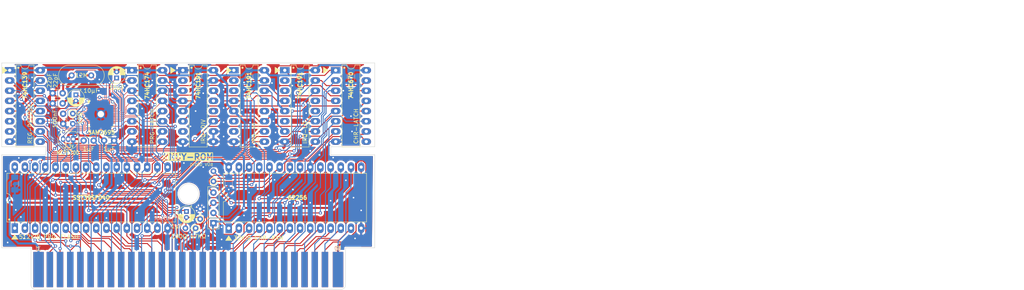
<source format=kicad_pcb>
(kicad_pcb (version 20221018) (generator pcbnew)
  (title_block (comment 4 "AISLER Project ID: VZOPRJAU"))
  (layers (0 "F.Cu" signal) (31 "B.Cu" signal) (34 "B.Paste" user) (35 "F.Paste" user) (36 "B.SilkS" user "B.Silkscreen") (37 "F.SilkS" user "F.Silkscreen") (38 "B.Mask" user) (39 "F.Mask" user) (44 "Edge.Cuts" user))
  (net 0 "")
  (net 1 "/R~{W}")
  (net 2 "/~{pWR}")
  (net 3 "GND")
  (net 4 "/cA11")
  (net 5 "VCC")
  (net 6 "/~{pRD}")
  (net 7 "/pD0")
  (net 8 "/pD1")
  (net 9 "/pD2")
  (net 10 "/pD3")
  (net 12 "/cD7")
  (net 13 "/cD6")
  (net 14 "/cD5")
  (net 15 "/cD4")
  (net 16 "/cD3")
  (net 17 "/cD2")
  (net 18 "/cD1")
  (net 19 "/cD0")
  (net 20 "/~{ROMSEL}")
  (net 21 "/pA10")
  (net 22 "/pA11")
  (net 24 "/pD7")
  (net 25 "/pD6")
  (net 26 "/pD5")
  (net 27 "/pD4")
  (net 28 "/pA13")
  (net 29 "/pA12")
  (net 30 "/pA7")
  (net 31 "/pA6")
  (net 32 "/pA5")
  (net 33 "/pA4")
  (net 34 "/pA3")
  (net 35 "/pA2")
  (net 36 "/pA1")
  (net 37 "/pA0")
  (net 38 "/pA9")
  (net 39 "/pA8")
  (net 40 "/cA14")
  (net 41 "/cA10")
  (net 42 "/cA9")
  (net 43 "/cA8")
  (net 44 "/cA7")
  (net 45 "/cA6")
  (net 46 "/cA5")
  (net 47 "/cA4")
  (net 48 "/cA3")
  (net 49 "/cA2")
  (net 50 "/cA1")
  (net 51 "/cA0")
  (net 52 "/~{IRQ}")
  (net 54 "/cA12")
  (net 55 "/cA13")
  (net 56 "/cBank3")
  (net 57 "/cBank2")
  (net 58 "/cBank1")
  (net 59 "/cBank0")
  (net 60 "/~{irqWr}")
  (net 61 "/pBank0")
  (net 62 "/pBank1")
  (net 63 "/pBank2")
  (net 64 "/pBank3")
  (net 65 "/~{R}")
  (net 66 "/~{chrWR}")
  (net 67 "/~{prgWR}")
  (net 68 "Net-(U2A-O0)")
  (net 74 "Net-(U5-Q3)")
  (net 82 "Net-(U4-Q2)")
  (net 83 "/~{IRQRun}")
  (net 84 "/~{SAMCS}")
  (net 102 "+3V3")
  (net 103 "Net-(U9-AOUTL)")
  (net 104 "Net-(C10-Pad2)")
  (net 105 "Net-(U9-VCM)")
  (net 106 "Net-(U9-X1)")
  (net 107 "Net-(U9-X2)")
  (net 108 "Net-(U9-OUTVC12)")
  (net 109 "/cAUDIO")
  (net 110 "/rfAUDIO")
  (net 111 "Net-(U9-VAD33)")
  (net 112 "/~{samWr}")
  (footprint "Package_TO_SOT_THT:TO-92_Inline" (layer "F.Cu") (at 46.355 53.975 180)
    (fp_text reference "U10" hide)
    (fp_text value "MCP1700")
  )
  (footprint "Capacitor_THT:CP_Radial_D4.0mm_P1.50mm" (layer "F.Cu") (at 46.99 42.95 -90)
    (fp_text reference "C11" hide)
    (fp_text value "10µF")
  )
  (footprint "PCM_Package_DIP_AKL:DIP-16_W7.62mm_LongPads" (layer "F.Cu") (at 73.66 36.83)
    (fp_text reference "U4" hide)
    (fp_text value "74HC191")
  )
  (footprint "Capacitor_THT:C_Disc_D3.0mm_W1.6mm_P2.50mm" (layer "F.Cu") (at 43.688 42.545 180)
    (fp_text reference "C13" hide)
    (fp_text value "22pF")
  )
  (footprint "PCM_Package_DIP_AKL:DIP-16_W7.62mm_LongPads" (layer "F.Cu") (at 99.06 36.83)
    (fp_text reference "U5" hide)
    (fp_text value "74HC191")
  )
  (footprint "PCM_Resistor_THT_AKL:R_Axial_DIN0204_L3.6mm_D1.6mm_P2.54mm_Vertical" (layer "F.Cu") (at 81.28 64.516 90)
    (fp_text reference "R6" hide)
    (fp_text value "3.3KΩ" hide)
  )
  (footprint "Capacitor_THT:CP_Radial_D4.0mm_P1.50mm" (layer "F.Cu") (at 74.549 72.009 -90)
    (fp_text reference "C10" hide)
    (fp_text value "1µF")
  )
  (footprint "PCM_Package_DIP_AKL:DIP-32_W15.24mm_LongPads" (layer "F.Cu") (at 31.75 76.2 90)
    (fp_text reference "U1" hide)
    (fp_text value "SST39SF040")
  )
  (footprint "Capacitor_THT:C_Disc_D3.0mm_W1.6mm_P2.50mm" (layer "F.Cu") (at 43.815 47.665 -90)
    (fp_text reference "C12" hide)
    (fp_text value "100nF")
  )
  (footprint "Package_DIP:DIP-28_W15.24mm_LongPads" (layer "F.Cu") (at 85.09 76.2 90)
    (fp_text reference "U8" hide)
    (fp_text value "62256")
  )
  (footprint "Capacitor_THT:C_Disc_D3.0mm_W1.6mm_P2.50mm" (layer "F.Cu") (at 43.688 45.085 180)
    (fp_text reference "C14" hide)
    (fp_text value "22pF")
  )
  (footprint "PCM_Package_DIP_AKL:DIP-16_W7.62mm_LongPads" (layer "F.Cu") (at 111.76 36.83)
    (fp_text reference "U7" hide)
    (fp_text value "74HC670")
  )
  (footprint "Capacitor_THT:C_Disc_D3.0mm_W1.6mm_P2.50mm" (layer "F.Cu") (at 54.015 54.356)
    (fp_text reference "C2" hide)
    (fp_text value "1µF")
  )
  (footprint "Capacitor_THT:CP_Radial_D4.0mm_P1.50mm" (layer "F.Cu") (at 57.15 38.735 90)
    (fp_text reference "C15" hide)
    (fp_text value "10µF")
  )
  (footprint "famicom:Famicom Cartridge Edge Connector (long legs)" (layer "F.Cu") (at 35.8 81.1)
    (fp_text reference "H1" hide)
    (fp_text value "Famicom_Cartridge_Edge" hide)
  )
  (footprint "PCM_Package_DIP_AKL:DIP-16_W7.62mm_LongPads" (layer "F.Cu") (at 86.36 36.83)
    (fp_text reference "U6" hide)
    (fp_text value "74HC191")
  )
  (footprint "Resistor_THT:R_Array_SIP4" (layer "F.Cu") (at 81.28 74.93 90)
    (fp_text reference "RN1" hide)
    (fp_text value "R_Network03")
  )
  (footprint "Crystal:Crystal_HC49-4H_Vertical" (layer "F.Cu") (at 50.8 38.1 180)
    (fp_text reference "Y1" hide)
    (fp_text value "12M")
  )
  (footprint "PCM_Resistor_THT_AKL:R_Axial_DIN0204_L3.6mm_D1.6mm_P2.54mm_Vertical" (layer "F.Cu") (at 76.835 76.2 180)
    (fp_text reference "R2" hide)
    (fp_text value "100Ω")
  )
  (footprint "Capacitor_THT:C_Disc_D3.0mm_W1.6mm_P2.50mm" (layer "F.Cu") (at 48.915 54.356)
    (fp_text reference "C1" hide)
    (fp_text value "1µF")
  )
  (footprint "PCM_Resistor_THT_AKL:R_Axial_DIN0204_L3.6mm_D1.6mm_P2.54mm_Vertical" (layer "F.Cu") (at 46.228 47.625 -90)
    (fp_text reference "R3" hide)
    (fp_text value "10Ω")
  )
  (footprint "PCM_Package_DIP_AKL:DIP-16_W7.62mm_LongPads" (layer "F.Cu") (at 30.48 36.83)
    (fp_text reference "U2" hide)
    (fp_text value "74HC139")
  )
  (footprint "PCM_Package_DIP_AKL:DIP-16_W7.62mm_LongPads" (layer "F.Cu") (at 60.96 36.83)
    (fp_text reference "U3" hide)
    (fp_text value "74HC174")
  )
  (footprint "PCM_Resistor_THT_AKL:R_Axial_DIN0204_L3.6mm_D1.6mm_P2.54mm_Vertical" (layer "F.Cu") (at 77.978 73.914 90)
    (fp_text reference "R1" hide)
    (fp_text value "47KΩ")
  )
  (footprint "Smal:QFN-48-1EP_6x6mm_P0.4mm_EP4.2x4.2mm_HAND" (layer "F.Cu") (at 53.21 47.752)
    (fp_text reference "U9" hide)
    (fp_text value "SAM2695")
  )
  (footprint "Capacitor_SMD:C_1206_3216Metric_Pad1.33x1.80mm_HandSolder" (layer "B.Cu") (at 34.29 38.3925 90)
    (fp_text reference "C8" hide)
    (fp_text value "C_Small")
  )
  (footprint "Capacitor_SMD:C_1206_3216Metric_Pad1.33x1.80mm_HandSolder" (layer "B.Cu") (at 77.47 38.3925 90)
    (fp_text reference "C3" hide)
    (fp_text value "C_Small")
  )
  (footprint "Capacitor_SMD:C_1206_3216Metric_Pad1.33x1.80mm_HandSolder" (layer "B.Cu") (at 64.77 38.3925 90)
    (fp_text reference "C16" hide)
    (fp_text value "C_Small")
  )
  (footprint "Capacitor_SMD:C_1206_3216Metric_Pad1.33x1.80mm_HandSolder" (layer "B.Cu") (at 115.57 38.3925 90)
    (fp_text reference "C9" hide)
    (fp_text value "C_Small")
  )
  (footprint "Capacitor_SMD:C_1206_3216Metric_Pad1.33x1.80mm_HandSolder" (layer "B.Cu") (at 90.17 38.3925 90)
    (fp_text reference "C6" hide)
    (fp_text value "C_Small")
  )
  (footprint "Capacitor_SMD:C_1206_3216Metric_Pad1.33x1.80mm_HandSolder" (layer "B.Cu") (at 85.09 65.0625 90)
    (fp_text reference "C5" hide)
    (fp_text value "C_Small")
  )
  (footprint "Capacitor_SMD:C_1206_3216Metric_Pad1.33x1.80mm_HandSolder" (layer "B.Cu") (at 31.75 65.0625 90)
    (fp_text reference "C4" hide)
    (fp_text value "C_Small")
  )
  (footprint "Jumper:SolderJumper-2_P1.3mm_Open_RoundedPad1.0x1.5mm" (layer "B.Cu") (at 72.39 74.422 180)
    (fp_text reference "JP1" hide)
    (fp_text value "NOSAM")
  )
  (footprint "Capacitor_SMD:C_1206_3216Metric_Pad1.33x1.80mm_HandSolder" (layer "B.Cu") (at 103 38.3925 90)
    (fp_text reference "C7" hide)
    (fp_text value "C_Small")
  )
  (gr_poly (pts (xy 31.75 77.800651) (xy 32.512 78.943651) (xy 30.988 78.943651)) (stroke (width 0.15)) (fill solid) (layer "F.SilkS"))
  (gr_poly (pts (xy 109.855 36.83) (xy 108.712 37.592) (xy 108.712 36.068)) (stroke (width 0.15)) (fill solid) (layer "F.SilkS"))
  (gr_poly (pts (xy 85.09 78.105) (xy 85.852 79.248) (xy 84.328 79.248)) (stroke (width 0.15)) (fill solid) (layer "F.SilkS"))
  (gr_poly (pts (xy 85.725 36.83) (xy 84.582 37.592) (xy 84.582 36.068)) (stroke (width 0.15)) (fill solid) (layer "F.SilkS"))
  (gr_poly (pts (xy 71.755 36.83) (xy 70.612 37.592) (xy 70.612 36.068)) (stroke (width 0.15)) (fill solid) (layer "F.SilkS"))
  (gr_poly (pts (xy 97.79 36.83) (xy 96.647 37.592) (xy 96.647 36.068)) (stroke (width 0.15)) (fill solid) (layer "F.SilkS"))
  (gr_poly (pts (xy 59.275385 36.816923) (xy 58.132385 37.578923) (xy 58.132385 36.054923)) (stroke (width 0.15)) (fill solid) (layer "F.SilkS"))
  (gr_poly (pts (xy 29.845 36.83) (xy 28.702 37.592) (xy 28.702 36.068)) (stroke (width 0.15)) (fill solid) (layer "F.SilkS"))
  (gr_line (start 121.5 57.9) (end 121.5 81.1) (stroke (width 0.1)) (layer "Edge.Cuts"))
  (gr_line (start 28.5 55.9) (end 28.5 35) (stroke (width 0.1)) (layer "Edge.Cuts"))
  (gr_line (start 121.5 55.9) (end 121.5 35) (stroke (width 0.1)) (layer "Edge.Cuts"))
  (gr_line (start 113.2 91.4) (end 36.8 91.4) (stroke (width 0.1)) (layer "Edge.Cuts"))
  (gr_line (start 121.5 57.9) (end 110.5 57.9) (stroke (width 0.1)) (layer "Edge.Cuts"))
  (gr_line (start 110.5 55.9) (end 121.5 55.9) (stroke (width 0.1)) (layer "Edge.Cuts"))
  (gr_circle (center 75.1 67.6) (end 77.6 67.6) (stroke (width 0.1)) (fill none) (layer "Edge.Cuts"))
  (gr_line (start 121.5 35) (end 28.5 35) (stroke (width 0.1)) (layer "Edge.Cuts"))
  (gr_line (start 114.2 81.1) (end 114.2 90.4) (stroke (width 0.1)) (layer "Edge.Cuts"))
  (gr_arc (start 114.2 90.4) (mid 113.907107 91.107107) (end 113.2 91.4) (stroke (width 0.1)) (layer "Edge.Cuts"))
  (gr_line (start 39.5 55.9) (end 39.5 57.9) (stroke (width 0.1)) (layer "Edge.Cuts"))
  (gr_line (start 121.5 81.1) (end 114.2 81.1) (stroke (width 0.1)) (layer "Edge.Cuts"))
  (gr_line (start 28.5 57.9) (end 28.5 81.1) (stroke (width 0.1)) (layer "Edge.Cuts"))
  (gr_arc (start 36.8 91.4) (mid 36.092893 91.107107) (end 35.8 90.4) (stroke (width 0.1)) (layer "Edge.Cuts"))
  (gr_line (start 28.5 55.9) (end 39.5 55.9) (stroke (width 0.1)) (layer "Edge.Cuts"))
  (gr_line (start 110.5 57.9) (end 110.5 55.9) (stroke (width 0.1)) (layer "Edge.Cuts"))
  (gr_line (start 35.8 81.1) (end 28.5 81.1) (stroke (width 0.1)) (layer "Edge.Cuts"))
  (gr_line (start 35.8 90.4) (end 35.8 81.1) (stroke (width 0.1)) (layer "Edge.Cuts"))
  (gr_line (start 39.5 57.9) (end 28.5 57.9) (stroke (width 0.1)) (layer "Edge.Cuts"))
  (gr_text "60" (at 112.265952 81.28) (layer "B.SilkS") (effects (font (size 1 0.8) (thickness 0.15) italic) (justify mirror)))
  (gr_text "31\n" (at 37.589952 81.28) (layer "B.SilkS") (effects (font (size 1 0.8) (thickness 0.15) italic) (justify mirror)))
  (gr_text "3.3v" (at 45.212 55.626) (layer "F.SilkS") (effects (font (size 1 0.8))))
  (gr_text "1" (at 37.592 81.28) (layer "F.SilkS") (effects (font (size 1 0.8) (thickness 0.15) italic)))
  (gr_text "proto v0a" (at 81.28 60.198) (layer "F.SilkS") (effects (font (size 1 0.8) (thickness 0.1)) (justify right)))
  (gr_text "IRQ-DIV" (at 78.74 55.245 90) (layer "F.SilkS") (effects (font (size 1 1)) (justify left)))
  (gr_text "IRQ-HI" (at 91.44 55.245 90) (layer "F.SilkS") (effects (font (size 1 1)) (justify left)))
  (gr_text "IRQ-LO" (at 104.14 55.245 90) (layer "F.SilkS") (effects (font (size 1 1)) (justify left)))
  (gr_text "PRG-LATCH" (at 66.04 55.245 90) (layer "F.SilkS") (effects (font (size 1 1)) (justify left)))
  (gr_text "30\n" (at 112.268 81.28) (layer "F.SilkS") (effects (font (size 1 0.8) (thickness 0.15) italic)))
  (gr_text "512KiB PRG-FLASH" (at 32.7 78.943651) (layer "F.SilkS") (effects (font (size 1 1)) (justify left bottom)))
  (gr_text "REG-DECODE" (at 35.56 55.245 90) (layer "F.SilkS") (effects (font (size 1 1)) (justify left)))
  (gr_text "BNUY-ROM" (at 74.93 58.42) (layer "F.SilkS" knockout) (effects (font (size 1.5 1.5) (thickness 0.3) bold)))
  (gr_text "22pF" (at 41.91 39.37 90) (layer "F.SilkS") (effects (font (size 1 1))))
  (gr_text "32KiB CHR-RAM" (at 86.2 79.23) (layer "F.SilkS") (effects (font (size 1 1)) (justify left bottom)))
  (gr_text "CHR-LATCH" (at 116.84 55.245 90) (layer "F.SilkS") (effects (font (size 1 1)) (justify left)))
  (segment (start 70.99 78.87) (end 72.263 77.597) (width 0.25) (layer "F.Cu") (net 1))
  (segment (start 69.938172 72.3) (end 65.583172 67.945) (width 0.25) (layer "F.Cu") (net 1))
  (segment (start 41.275 67.945) (end 34.29 60.96) (width 0.25) (layer "F.Cu") (net 1))
  (segment (start 65.583172 67.945) (end 41.275 67.945) (width 0.25) (layer "F.Cu") (net 1))
  (segment (start 70.99 86.5) (end 70.99 78.87) (width 0.25) (layer "F.Cu") (net 1))
  (segment (start 71.476826 72.3) (end 69.938172 72.3) (width 0.25) (layer "F.Cu") (net 1))
  (segment (start 72.263 73.086174) (end 71.476826 72.3) (width 0.25) (layer "F.Cu") (net 1))
  (segment (start 72.263 77.597) (end 72.263 73.086174) (width 0.25) (layer "F.Cu") (net 1))
  (via (at 41.91 67.945) (size 0.8) (drill 0.4) (layers "F.Cu" "B.Cu") (net 1))
  (segment (start 39.495604 45.72) (end 37.37901 45.72) (width 0.25) (layer "B.Cu") (net 1))
  (segment (start 41.144579 47.368975) (end 39.495604 45.72) (width 0.25) (layer "B.Cu") (net 1))
  (segment (start 44.704 58.166) (end 44.704 56.927478) (width 0.25) (layer "B.Cu") (net 1))
  (segment (start 43.18 59.69) (end 44.704 58.166) (width 0.25) (layer "B.Cu") (net 1))
  (segment (start 41.91 64.525305) (end 43.18 63.255305) (width 0.25) (layer "B.Cu") (net 1))
  (segment (start 41.91 67.945) (end 41.91 64.525305) (width 0.25) (layer "B.Cu") (net 1))
  (segment (start 41.144579 53.368057) (end 41.144579 47.368975) (width 0.25) (layer "B.Cu") (net 1))
  (segment (start 43.18 63.255305) (end 43.18 59.69) (width 0.25) (layer "B.Cu") (net 1))
  (segment (start 31.02901 39.37) (end 30.48 39.37) (width 0.25) (layer "B.Cu") (net 1))
  (segment (start 44.704 56.927478) (end 41.144579 53.368057) (width 0.25) (layer "B.Cu") (net 1))
  (segment (start 37.37901 45.72) (end 31.02901 39.37) (width 0.25) (layer "B.Cu") (net 1))
  (segment (start 78.6 75.36) (end 80.3 73.66) (width 0.25) (layer "B.Cu") (net 2))
  (segment (start 80.3 73.66) (end 85.09 73.66) (width 0.25) (layer "B.Cu") (net 2))
  (segment (start 85.09 73.66) (end 87.63 71.12) (width 0.25) (layer "B.Cu") (net 2))
  (segment (start 78.6 86.5) (end 78.6 75.36) (width 0.25) (layer "B.Cu") (net 2))
  (segment (start 87.63 71.12) (end 87.63 60.96) (width 0.25) (layer "B.Cu") (net 2))
  (segment (start 61.36 54.61) (end 62.864302 53.105698) (width 0.25) (layer "F.Cu") (net 3))
  (segment (start 73.870431 77.225) (end 75.429 77.225) (width 0.25) (layer "F.Cu") (net 3))
  (segment (start 63.5 46.355) (end 63.812 46.355) (width 0.25) (layer "F.Cu") (net 3))
  (segment (start 43.815 50.165) (end 45.014561 48.965439) (width 0.25) (layer "F.Cu") (net 3))
  (segment (start 50.1475 46.752) (end 52.21 46.752) (width 0.13) (layer "F.Cu") (net 3))
  (segment (start 107.77 58.6) (end 105.41 60.96) (width 0.25) (layer "F.Cu") (net 3))
  (segment (start 36.068 38.608) (end 36.576 38.1) (width 0.25) (layer "F.Cu") (net 3))
  (segment (start 115.57 36.83) (end 114.445 35.705) (width 0.25) (layer "F.Cu") (net 3))
  (segment (start 85.49401 38.245) (end 84.36901 39.37) (width 0.25) (layer "F.Cu") (net 3))
  (segment (start 51.01 50.8145) (end 51.01 49.952) (width 0.13) (layer "F.Cu") (net 3))
  (segment (start 79.003 74.338569) (end 78.157569 75.184) (width 0.25) (layer "F.Cu") (net 3))
  (segment (start 33.1021 62.7829) (end 29.21 66.675) (width 0.25) (layer "F.Cu") (net 3))
  (segment (start 63.59 53.34) (end 63.355698 53.105698) (width 0.25) (layer "F.Cu") (net 3))
  (segment (start 32.512 42.164) (end 36.068 38.608) (width 0.25) (layer "F.Cu") (net 3))
  (segment (start 62.864302 53.105698) (end 62.864302 51.983312) (width 0.25) (layer "F.Cu") (net 3))
  (segment (start 60.071 50.8) (end 56.515 54.356) (width 0.25) (layer "F.Cu") (net 3))
  (segment (start 36.576 38.1) (end 40.64 38.1) (width 0.25) (layer "F.Cu") (net 3))
  (segment (start 29.21 66.675) (end 29.21 76.31) (width 0.25) (layer "F.Cu") (net 3))
  (segment (start 79.375 35.56) (end 78.105 36.83) (width 0.25) (layer "F.Cu") (net 3))
  (segment (start 63.123 57.535) (end 63.5 57.912) (width 0.25) (layer "F.Cu") (net 3))
  (segment (start 67.22 78.83) (end 69.85 76.2) (width 0.25) (layer "F.Cu") (net 3))
  (segment (start 53.01 50.8145) (end 53.01 47.952) (width 0.13) (layer "F.Cu") (net 3))
  (segment (start 50.1475 48.752) (end 52.21 48.752) (width 0.13) (layer "F.Cu") (net 3))
  (segment (start 114.445 35.705) (end 97.645 35.705) (width 0.25) (layer "F.Cu") (net 3))
  (segment (start 56.355 36.44) (end 57.15 37.235) (width 0.25) (layer "F.Cu") (net 3))
  (segment (start 52.1 41.91) (end 50.165 39.975) (width 0.25) (layer "F.Cu") (net 3))
  (segment (start 60.96 54.61) (end 61.36 54.61) (width 0.25) (layer "F.Cu") (net 3))
  (segment (start 102.87 63.5) (end 105.41 60.96) (width 0.25) (layer "F.Cu") (net 3))
  (segment (start 73.025 76.379569) (end 73.870431 77.225) (width 0.25) (layer "F.Cu") (net 3))
  (segment (start 73.66 36.83) (end 72.39 38.1) (width 0.25) (layer "F.Cu") (net 3))
  (segment (start 46.141472 44.45) (end 44.236472 46.355) (width 0.25) (layer "F.Cu") (net 3))
  (segment (start 51.01 49.952) (end 53.21 47.752) (width 0.13) (layer "F.Cu") (net 3))
  (segment (start 71.12 45.72) (end 75.565 45.72) (width 0.25) (layer "F.Cu") (net 3))
  (segment (start 29.21 76.31) (end 32.656 79.756) (width 0.25) (layer "F.Cu") (net 3))
  (segment (start 72.39 38.1) (end 67.31 38.1) (width 0.25) (layer "F.Cu") (net 3))
  (segment (start 63.355698 53.105698) (end 62.864302 53.105698) (width 0.25) (layer "F.Cu") (net 3))
  (segment (start 44.236472 46.355) (end 42.458 46.355) (width 0.25) (layer "F.Cu") (net 3))
  (segment (start 100.33 63.5) (end 102.87 63.5) (width 0.25) (layer "F.Cu") (net 3))
  (segment (start 55.41 49.952) (end 53.21 47.752) (width 0.13) (layer "F.Cu") (net 3))
  (segment (start 67.31 38.1) (end 66.04 39.37) (width 0.25) (layer "F.Cu") (net 3))
  (segment (start 75.475 80.01) (end 76.06 80.595) (width 0.25) (layer "F.Cu") (net 3))
  (segment (start 40.66 42.545) (end 40.66 46.375) (width 0.25) (layer "F.Cu") (net 3))
  (segment (start 100.965 40.64) (end 96.52 40.64) (width 0.25) (layer "F.Cu") (net 3))
  (segment (start 87.27 38.245) (end 85.49401 38.245) (width 0.25) (layer "F.Cu") (net 3))
  (segment (start 61.68099 50.8) (end 60.071 50.8) (width 0.25) (layer "F.Cu") (net 3))
  (segment (start 76.06 80.595) (end 76.06 86.5) (width 0.25) (layer "F.Cu") (net 3))
  (segment (start 73.025 72.644) (end 73.025 76.379569) (width 0.25) (layer "F.Cu") (net 3))
  (segment (start 52.21 44.6895) (end 52.21 46.752) (width 0.13) (layer "F.Cu") (net 3))
  (segment (start 96.52 40.64) (end 95.885 40.005) (width 0.25) (layer "F.Cu") (net 3))
  (segment (start 111.125 58.6) (end 107.77 58.6) (width 0.25) (layer "F.Cu") (net 3))
  (segment (start 37.67 81.866) (end 37.67 86.5) (width 0.25) (layer "F.Cu") (net 3))
  (segment (start 43.815 49.53) (end 43.815 50.165) (width 0.25) (layer "F.Cu") (net 3))
  (segment (start 51.01 45.552) (end 53.21 47.752) (width 0.13) (layer "F.Cu") (net 3))
  (segment (start 78.105 36.83) (end 73.66 36.83) (width 0.25) (layer "F.Cu") (net 3))
  (segment (start 46.99 44.45) (end 46.141472 44.45) (width 0.25) (layer "F.Cu") (net 3))
  (segment (start 63.812 46.355) (end 64.955 45.212) (width 0.25) (layer "F.Cu") (net 3))
  (segment (start 95.885 37.465) (end 95.885 40.005) (width 0.25) (layer "F.Cu") (net 3))
  (segment (start 88.9 39.875) (end 88.9 36.72) (width 0.25) (layer "F.Cu") (net 3))
  (segment (start 55.41 45.552) (end 56.2725 45.552) (width 0.13) (layer "F.Cu") (net 3))
  (segment (start 75.565 45.72) (end 76.835 46.99) (width 0.25) (layer "F.Cu") (net 3))
  (segment (start 45.014561 48.965439) (end 46.978 48.965439) (width 0.25) (layer "F.Cu") (net 3))
  (segment (start 84.36901 39.37) (end 81.28 39.37) (width 0.25) (layer "F.Cu") (net 3))
  (segment (start 115.57 38.735) (end 115.57 36.83) (width 0.25) (layer "F.Cu") (net 3))
  (segment (start 87.74 35.56) (end 79.375 35.56) (width 0.25) (layer "F.Cu") (net 3))
  (segment (start 32.656 79.756) (end 35.56 79.756) (width 0.25) (layer "F.Cu") (net 3))
  (segment (start 56.2725 49.952) (end 55.41 49.952) (width 0.13) (layer "F.Cu") (net 3))
  (segment (start 40.64 38.1) (end 42.3 36.44) (width 0.25) (layer "F.Cu") (net 3))
  (segment (start 62.864302 51.983312) (end 61.68099 50.8) (width 0.25) (layer "F.Cu") (net 3))
  (segment (start 35.56 79.756) (end 37.67 81.866) (width 0.25) (layer "F.Cu") (net 3))
  (segment (start 77.978 71.374) (end 79.003 72.399) (width 0.25) (layer "F.Cu") (net 3))
  (segment (start 51.01 44.6895) (end 51.01 45.552) (width 0.13) (layer "F.Cu") (net 3))
  (segment (start 40.66 46.375) (end 43.815 49.53) (width 0.25) (layer "F.Cu") (net 3))
  (segment (start 77.089 75.184) (end 76.2 74.295) (width 0.25) (layer "F.Cu") (net 3))
  (segment (start 62.161848 78.417848) (end 62.574 78.83) (width 0.25) (layer "F.Cu") (net 3))
  (segment (start 33.473795 62.7829) (end 33.1021 62.7829) (width 0.25) (layer "F.Cu") (net 3))
  (segment (start 57.97054 57.535) (end 63.123 57.535) (width 0.25) (layer "F.Cu") (net 3))
  (segment (start 79.003 72.399) (end 79.003 74.338569) (width 0.25) (layer "F.Cu") (net 3))
  (segment (start 99.46 54.61) (end 100.095 53.975) (width 0.25) (layer "F.Cu") (net 3))
  (segment (start 52.21 48.752) (end 53.21 47.752) (width 0.13) (layer "F.Cu") (net 3))
  (segment (start 53.21 47.752) (end 55.41 45.552) (width 0.13) (layer "F.Cu") (net 3))
  (segment (start 57.695434 57.810106) (end 57.97054 57.535) (width 0.25) (layer "F.Cu") (net 3))
  (segment (start 53.01 47.952) (end 53.21 47.752) (width 0.13) (layer "F.Cu") (net 3))
  (segment (start 100.095 53.975) (end 104.14 53.975) (width 0.25) (layer "F.Cu") (net 3))
  (segment (start 54.120933 69) (end 65.405 69) (width 0.25) (layer "F.Cu") (net 3))
  (segment (start 62.574 78.83) (end 67.22 78.83) (width 0.25) (layer "F.Cu") (net 3))
  (segment (start 32.512 42.672) (end 32.512 42.164) (width 0.25) (layer "F.Cu") (net 3))
  (segment (start 78.157569 75.184) (end 77.089 75.184) (width 0.25) (layer "F.Cu") (net 3))
  (segment (start 42.458 46.355) (end 41.188 45.085) (width 0.25) (layer "F.Cu") (net 3))
  (segment (start 99.06 54.61) (end 99.46 54.61) (width 0.25) (layer "F.Cu") (net 3))
  (segment (start 115.824 52.07) (end 115.57 51.816) (width 0.25) (layer "F.Cu") (net 3))
  (segment (start 75.429 77.225) (end 75.438 77.216) (width 0.25) (layer "F.Cu") (net 3))
  (segment (start 52.705 41.91) (end 52.1 41.91) (width 0.25) (layer "F.Cu") (net 3))
  (segment (start 52.21 46.752) (end 53.21 47.752) (width 0.13) (layer "F.Cu") (net 3))
  (segment (start 88.9 39.875) (end 87.27 38.245) (width 0.25) (layer "F.Cu") (net 3))
  (segment (start 88.9 36.72) (end 87.74 35.56) (width 0.25) (layer "F.Cu") (net 3))
  (segment (start 97.645 35.705) (end 95.885 37.465) (width 0.25) (layer "F.Cu") (net 3))
  (segment (start 42.3 36.44) (end 56.355 36.44) (width 0.25) (layer "F.Cu") (net 3))
  (segment (start 115.57 51.816) (end 115.57 48.26) (width 0.25) (layer "F.Cu") (net 3))
  (via (at 65.405 69) (size 0.8) (drill 0.4) (layers "F.Cu" "B.Cu") (net 3))
  (via (at 56.134 43.18) (size 0.8) (drill 0.4) (layers "F.Cu" "B.Cu") (net 3))
  (via (at 88.392 46.736) (size 0.8) (drill 0.4) (layers "F.Cu" "B.Cu") (net 3))
  (via (at 83.312 78.994) (size 0.8) (drill 0.4) (layers "F.Cu" "B.Cu") (net 3))
  (via (at 104.394 47.498) (size 0.8) (drill 0.4) (layers "F.Cu" "B.Cu") (net 3))
  (via (at 101.346 44.45) (size 0.8) (drill 0.4) (layers "F.Cu" "B.Cu") (net 3))
  (via (at 36.068 38.608) (size 0.8) (drill 0.4) (layers "F.Cu" "B.Cu") (net 3))
  (via (at 96.266 49.53) (size 0.8) (drill 0.4) (layers "F.Cu" "B.Cu") (net 3))
  (via (at 92.71 74.295) (size 0.8) (drill 0.4) (layers "F.Cu" "B.Cu") (net 3))
  (via (at 52.705 41.91) (size 0.8) (drill 0.4) (layers "F.Cu" "B.Cu") (net 3))
  (via (at 104.14 53.975) (size 0.8) (drill 0.4) (layers "F.Cu" "B.Cu") (net 3))
  (via (at 35.56 63.5) (size 0.8) (drill 0.4) (layers "F.Cu" "B.Cu") (net 3))
  (via (at 88.9 73.025) (size 0.8) (drill 0.4) (layers "F.Cu" "B.Cu") (net 3))
  (via (at 51.816 63.5) (size 0.8) (drill 0.4) (layers "F.Cu" "B.Cu") (net 3))
  (via (at 83.82 53.34) (size 0.8) (drill 0.4) (layers "F.Cu" "B.Cu") (net 3))
  (via (at 115.57 43.18) (size 0.8) (drill 0.4) (layers "F.Cu" "B.Cu") (net 3))
  (via (at 75.565 50.8) (size 0.8) (drill 0.4) (layers "F.Cu" "B.Cu") (net 3))
  (via (at 83.312 81.026) (size 0.8) (drill 0.4) (layers "F.Cu" "B.Cu") (net 3))
  (via (at 33.02 45.72) (size 0.8) (drill 0.4) (layers "F.Cu" "B.Cu") (net 3))
  (via (at 62.23 72.39) (size 0.8) (drill 0.4) (layers "F.Cu" "B.Cu") (net 3))
  (via (at 63.5 46.355) (size 0.8) (drill 0.4) (layers "F.Cu" "B.Cu") (net 3))
  (via (at 52.832 39.116) (size 0.8) (drill 0.4) (layers "F.Cu" "B.Cu") (net 3))
  (via (at 96.774 54.61) (size 0.8) (drill 0.4) (layers "F.Cu" "B.Cu") (net 3))
  (via (at 76.835 46.99) (size 0.8) (drill 0.4) (layers "F.Cu" "B.Cu") (net 3))
  (via (at 64.955 45.212) (size 0.8) (drill 0.4) (layers "F.Cu" "B.Cu") (net 3))
  (via (at 43.942 66.294) (size 0.8) (drill 0.4) (layers "F.Cu" "B.Cu") (net 3))
  (via (at 94.996 68.072) (size 0.8) (drill 0.4) (layers "F.Cu" "B.Cu") (net 3))
  (via (at 71.628 41.656) (size 0.8) (drill 0.4) (layers "F.Cu" "B.Cu") (net 3))
  (via (at 70.104 48.26) (size 0.8) (drill 0.4) (layers "F.Cu" "B.Cu") (net 3))
  (via (at 80.01 78.105) (size 0.8) (drill 0.4) (layers "F.Cu" "B.Cu") (net 3))
  (via (at 66.04 71.755) (size 0.8) (drill 0.4) (layers "F.Cu" "B.Cu") (net 3))
  (via (at 39.878 50.419) (size 0.8) (drill 0.4) (layers "F.Cu" "B.Cu") (net 3))
  (via (at 64.008 48.768) (size 0.8) (drill 0.4) (layers "F.Cu" "B.Cu") (net 3))
  (via (at 74.422 81.28) (size 0.8) (drill 0.4) (layers "F.Cu" "B.Cu") (net 3))
  (via (at 33.274 73.406) (size 0.8) (drill 0.4) (layers "F.Cu" "B.Cu") (net 3))
  (via (at 36.322 46.228) (size 0.8) (drill 0.4) (layers "F.Cu" "B.Cu") (net 3))
  (via (at 71.12 45.72) (size 0.8) (drill 0.4) (layers "F.Cu" "B.Cu") (net 3))
  (via (at 107.696 57.912) (size 0.8) (drill 0.4) (layers "F.Cu" "B.Cu") (net 3))
  (via (at 83.82 46.228) (size 0.8) (drill 0.4) (layers "F.Cu" "B.Cu") (net 3))
  (via (at 66.04 43.18) (size 0.8) (drill 0.4) (layers "F.Cu" "B.Cu") (net 3))
  (via (at 54.61 73.66) (size 0.8) (drill 0.4) (layers "F.Cu" "B.Cu") (net 3))
  (via (at 51.816 66.04) (size 0.8) (drill 0.4) (layers "F.Cu" "B.Cu") (net 3))
  (via (at 83.82 49.784) (size 0.8) (drill 0.4) (layers "F.Cu" "B.Cu") (net 3))
  (via (at 103.632 49.53) (size 0.8) (drill 0.4) (layers "F.Cu" "B.Cu") (net 3))
  (via (at 116.205 68.58) (size 0.8) (drill 0.4) (layers "F.Cu" "B.Cu") (net 3))
  (via (at 85.09 66.548) (size 0.8) (drill 0.4) (layers "F.Cu" "B.Cu") (net 3))
  (via (at 29.972 79.756) (size 0.8) (drill 0.4) (layers "F.Cu" "B.Cu") (net 3))
  (via (at 90.424 46.99) (size 0.8) (drill 0.4) (layers "F.Cu" "B.Cu") (net 3))
  (via (at 75.475 80.01) (size 0.8) (drill 0.4) (layers "F.Cu" "B.Cu") (net 3))
  (via (at 32.766 58.674) (size 0.8) (drill 0.4) (layers "F.Cu" "B.Cu") (net 3))
  (via (at 55.372 39.878) (size 0.8) (drill 0.4) (layers "F.Cu" "B.Cu") (net 3))
  (via (at 34.036 78.74) (size 0.8) (drill 0.4) (layers "F.Cu" "B.Cu") (net 3))
  (via (at 87.884 53.34) (size 0.8) (drill 0.4) (layers "F.Cu" "B.Cu") (net 3))
  (via (at 78.74 42.545) (size 0.8) (drill 0.4) (layers "F.Cu" "B.Cu") (net 3))
  (via (at 90.17 63.5) (size 0.8) (drill 0.4) (layers "F.Cu" "B.Cu") (net 3))
  (via (at 110.49 69.342) (size 0.8) (drill 0.4) (layers "F.Cu" "B.Cu") (net 3))
  (via (at 29.464 61.976) (size 0.8) (drill 0.4) (layers "F.Cu" "B.Cu") (net 3))
  (via (at 100.33 63.5) (size 0.8) (drill 0.4) (layers "F.Cu" "B.Cu") (net 3))
  (via (at 42.706991 51.841685) (size 0.8) (drill 0.4) (layers "F.Cu" "B.Cu") (net 3))
  (via (at 40.132 47.498) (size 0.8) (drill 0.4) (layers "F.Cu" "B.Cu") (net 3))
  (via (at 36.322 41.148) (size 0.8) (drill 0.4) (layers "F.Cu" "B.Cu") (net 3))
  (via (at 52.07 73.66) (size 0.8) (drill 0.4) (layers "F.Cu" "B.Cu") (net 3))
  (via (at 75.438 77.216) (size 0.8) (drill 0.4) (layers "F.Cu" "B.Cu") (net 3))
  (via (at 115.824 52.07) (size 0.8) (drill 0.4) (layers "F.Cu" "B.Cu") (net 3))
  (via (at 85.725 71.12) (size 0.8) (drill 0.4) (layers "F.Cu" "B.Cu") (net 3))
  (via (at 88.9 41.656) (size 0.8) (drill 0.4) (layers "F.Cu" "B.Cu") (net 3))
  (via (at 83.82 41.656) (size 0.8) (drill 0.4) (layers "F.Cu" "B.Cu") (net 3))
  (via (at 95.885 40.005) (size 0.8) (drill 0.4) (layers "F.Cu" "B.Cu") (net 3))
  (via (at 91.44 55.88) (size 0.8) (drill 0.4) (layers "F.Cu" "B.Cu") (net 3))
  (via (at 115.57 38.735) (size 0.8) (drill 0.4) (layers "F.Cu" "B.Cu") (net 3))
  (via (at 66.04 39.37) (size 0.8) (drill 0.4) (layers "F.Cu" "B.Cu") (net 3))
  (via (at 57.404 65.532) (size 0.8) (drill 0.4) (layers "F.Cu" "B.Cu") (net 3))
  (via (at 113.665 41.91) (size 0.8) (drill 0.4) (layers "F.Cu" "B.Cu") (net 3))
  (via (at 67.945 66.675) (size 0.8) (drill 0.4) (layers "F.Cu" "B.Cu") (net 3))
  (via (at 41.91 72.136) (size 0.8) (drill 0.4) (layers "F.Cu" "B.Cu") (net 3))
  (via (at 58.42 62.992) (size 0.8) (drill 0.4) (layers "F.Cu" "B.Cu") (net 3))
  (via (at 62.161848 78.417848) (size 0.8) (drill 0.4) (layers "F.Cu" "B.Cu") (net 3))
  (via (at 77.216 80.264) (size 0.8) (drill 0.4) (layers "F.Cu" "B.Cu") (net 3))
  (via (at 96.52 64.135) (size 0.8) (drill 0.4) (layers "F.Cu" "B.Cu") (net 3))
  (via (at 71.12 39.624) (size 0.8) (drill 0.4) (layers "F.Cu" "B.Cu") (net 3))
  (via (at 32.004 71.628) (size 0.8) (drill 0.4) (layers "F.Cu" "B.Cu") (net 3))
  (via (at 32.512 42.672) (size 0.8) (drill 0.4) (layers "F.Cu" "B.Cu") (net 3))
  (via (at 96.012 47.244) (size 0.8) (drill 0.4) (layers "F.Cu" "B.Cu") (net 3))
  (via (at 90.17 67.31) (size 0.8) (drill 0.4) (layers "F.Cu" "B.Cu") (net 3))
  (via (at 104.902 44.958) (size 0.8) (drill 0.4) (layers "F.Cu" "B.Cu") (net 3))
  (via (at 50.165 39.975) (size 0.8) (drill 0.4) (layers "F.Cu" "B.Cu") (net 3))
  (via (at 98.425 66.675) (size 0.8) (drill 0.4) (layers "F.Cu" "B.Cu") (net 3))
  (via (at 90.424 49.784) (size 0.8) (drill 0.4) (layers "F.Cu" "B.Cu") (net 3))
  (via (at 111.125 58.6) (size 0.8) (drill 0.4) (layers "F.Cu" "B.Cu") (net 3))
  (via (at 88.9 39.875) (size 0.8) (drill 0.4) (layers "F.Cu" "B.Cu") (net 3))
  (via (at 59.182 40.64) (size 0.8) (drill 0.4) (layers "F.Cu" "B.Cu") (net 3))
  (via (at 48.006 38.1) (size 0.8) (drill 0.4) (layers "F.Cu" "B.Cu") (net 3))
  (via (at 96.774 52.324) (size 0.8) (drill 0.4) (layers "F.Cu" "B.Cu") (net 3))
  (via (at 118.11 71.755) (size 0.8) (drill 0.4) (layers "F.Cu" "B.Cu") (net 3))
  (via (at 100.33 69.85) (size 0.8) (drill 0.4) (layers "F.Cu" "B.Cu") (net 3))
  (via (at 72.39 80.264) (size 0.8) (drill 0.4) (layers "F.Cu" "B.Cu") (net 3))
  (via (at 103.415 69.85) (size 0.8) (drill 0.4) (layers "F.Cu" "B.Cu") (net 3))
  (via (at 83.312 75.946) (size 0.8) (drill 0.4) (layers "F.Cu" "B.Cu") (net 3))
  (via (at 116.586 78.74) (size 0.8) (drill 0.4) (layers "F.Cu" "B.Cu") (net 3))
  (via (at 63.59 53.34) (size 0.8) (drill 0.4) (layers "F.Cu" "B.Cu") (net 3))
  (via (at 105.41 56.896) (size 0.8) (drill 0.4) (layers "F.Cu" "B.Cu") (net 3))
  (via (at 33.473795 62.7829) (size 0.8) (drill 0.4) (layers "F.Cu" "B.Cu") (net 3))
  (via (at 63.5 57.912) (size 0.8) (drill 0.4) (layers "F.Cu" "B.Cu") (net 3))
  (via (at 101.092 66.548) (size 0.8) (drill 0.4) (layers "F.Cu" "B.Cu") (net 3))
  (via (at 105.41 69.85) (size 0.8) (drill 0.4) (layers "F.Cu" "B.Cu") (net 3))
  (via (at 100.965 40.64) (size 0.8) (drill 0.4) (layers "F.Cu" "B.Cu") (net 3))
  (via (at 73.914 59.944) (size 0.8) (drill 0.4) (layers "F.Cu" "B.Cu") (net 3))
  (via (at 57.695434 57.810106) (size 0.8) (drill 0.4) (layers "F.Cu" "B.Cu") (net 3))
  (via (at 73.025 72.644) (size 0.8) (drill 0.4) (layers "F.Cu" "B.Cu") (net 3))
  (via (at 114.3 64.262) (size 0.8) (drill 0.4) (layers "F.Cu" "B.Cu") (net 3))
  (via (at 76.2 74.295) (size 0.8) (drill 0.4) (layers "F.Cu" "B.Cu") (net 3))
  (via (at 46.736 66.294) (size 0.8) (drill 0.4) (layers "F.Cu" "B.Cu") (net 3))
  (via (at 46.978 48.965439) (size 0.8) (drill 0.4) (layers "F.Cu" "B.Cu") (net 3))
  (via (at 39.37 68.58) (size 0.8) (drill 0.4) (layers "F.Cu" "B.Cu") (net 3))
  (via (at 54.120933 69) (size 0.8) (drill 0.4) (layers "F.Cu" "B.Cu") (net 3))
  (via (at 82.296 65.786) (size 0.8) (drill 0.4) (layers "F.Cu" "B.Cu") (net 3))
  (via (at 115.57 48.26) (size 0.8) (drill 0.4) (layers "F.Cu" "B.Cu") (net 3))
  (via (at 78.74 60.96) (size 0.8) (drill 0.4) (layers "F.Cu" "B.Cu") (net 3))
  (segment (start 56.301472 37.235) (end 57.15 37.235) (width 0.25) (layer "B.Cu") (net 3))
  (segment (start 50.546 45.72) (end 48.755877 45.72) (width 0.25) (layer "B.Cu") (net 3))
  (segment (start 75.475 73.877) (end 77.978 71.374) (width 0.25) (layer "B.Cu") (net 3))
  (segment (start 48.1965 44.45) (end 48.9215 43.725) (width 0.25) (layer "B.Cu") (net 3))
  (segment (start 63.5 46.355) (end 63.5 48.26) (width 0.25) (layer "B.Cu") (net 3))
  (segment (start 57.404 65.532) (end 58.42 64.516) (width 0.25) (layer "B.Cu") (net 3))
  (segment (start 42.706991 51.841685) (end 42.044579 51.179273) (width 0.25) (layer "B.Cu") (net 3))
  (segment (start 80.906431 60.9) (end 78.678 63.128431) (width 0.25) (layer "B.Cu") (net 3))
  (segment (start 73.025 72.644) (end 73.025 71.683) (width 0.25) (layer "B.Cu") (net 3))
  (segment (start 65.355 39.37) (end 64.77 39.955) (width 0.25) (layer "B.Cu") (net 3))
  (segment (start 64.008 48.768) (end 63.5 49.276) (width 0.25) (layer "B.Cu") (net 3))
  (segment (start 63.5 77.079696) (end 63.5 70.905) (width 0.25) (layer "B.Cu") (net 3))
  (segment (start 66.04 39.37) (end 67.31 40.64) (width 0.25) (layer "B.Cu") (net 3))
  (segment (start 75.475 77.179) (end 75.475 73.877) (width 0.25) (layer "B.Cu") (net 3))
  (segment (start 32.512 52.578) (end 30.48 54.61) (width 0.25) (layer "B.Cu") (net 3))
  (segment (start 58.42 64.516) (end 58.42 62.992) (width 0.25) (layer "B.Cu") (net 3))
  (segment (start 77.137322 70.533322) (end 77.978 71.374) (width 0.25) (layer "B.Cu") (net 3))
  (segment (start 47.253 53.077) (end 46.355 53.975) (width 0.25) (layer "B.Cu") (net 3))
  (segment (start 77.47 39.955) (end 80.695 39.955) (width 0.25) (layer "B.Cu") (net 3))
  (segment (start 69.30099 40.64) (end 70.162 41.50101) (width 0.25) (layer "B.Cu") (net 3))
  (segment (start 56.515 54.356) (end 53.21 51.051) (width 0.25) (layer "B.Cu") (net 3))
  (segment (start 31.496 36.83) (end 34.29 39.624) (width 0.5) (layer "B.Cu") (net 3))
  (segment (start 110.075 54.845) (end 110.31 54.61) (width 0.25) (layer "B.Cu") (net 3))
  (segment (start 78.678 70.674) (end 77.978 71.374) (width 0.25) (layer "B.Cu") (net 3))
  (segment (start 70.162 41.50101) (end 70.162 44.762) (width 0.25) (layer "B.Cu") (net 3))
  (segment (start 33.02 65.355) (end 31.75 66.625) (width 0.25) (layer "B.Cu") (net 3))
  (segment (start 70.162 44.762) (end 71.12 45.72) (width 0.25) (layer "B.Cu") (net 3))
  (segment (start 50.075 43.725) (end 50.546 44.196) (width 0.25) (layer "B.Cu") (net 3))
  (segment (start 50.546 44.196) (end 50.546 45.72) (width 0.25) (layer "B.Cu") (net 3))
  (segment (start 91.44 39.955) (end 91.98 40.495) (width 0.25) (layer "B.Cu") (net 3))
  (segment (start 83.82 65.355) (end 83.82 61.595) (width 0.25) (layer "B.Cu") (net 3))
  (segment (start 85.09 66.548) (end 85.013 66.548) (width 0.25) (layer "B.Cu") (net 3))
  (segment (start 58.42 59.436) (end 57.404 58.42) (width 0.25) (layer "B.Cu") (net 3))
  (segment (start 37.37901 40.64) (end 39.283 40.64) (width 0.25) (layer "B.Cu") (net 3))
  (segment (start 63.59 57.822) (end 63.5 57.912) (width 0.25) (layer "B.Cu") (net 3))
  (segment (start 75.475 74.295) (end 75.475 73.877) (width 0.25) (layer "B.Cu") (net 3))
  (segment (start 63.5 49.276) (end 63.5 53.25) (width 0.25) (layer "B.Cu") (net 3))
  (segment (start 48.755877 45.72) (end 47.253 47.222877) (width 0.25) (layer "B.Cu") (net 3))
  (segment (start 115.824 52.07) (end 114.935 52.07) (width 0.25) (layer "B.Cu") (net 3))
  (segment (start 32.512 46.228) (end 32.512 52.578) (width 0.25) (layer "B.Cu") (net 3))
  (segment (start 66.04 39.37) (end 65.355 39.37) (width 0.25) (layer "B.Cu") (net 3))
  (segment (start 85.09 66.625) (end 85.09 66.625) (width 0.25) (layer "B.Cu") (net 3))
  (segment (start 85.09 66.625) (end 85.09 66.548) (width 0.25) (layer "B.Cu") (net 3))
  (segment (start 52.07 53.701) (end 52.07 48.892) (width 0.25) (layer "B.Cu") (net 3))
  (segment (start 95.395 40.495) (end 95.885 40.005) (width 0.25) (layer "B.Cu") (net 3))
  (segment (start 46.99 48.977439) (end 46.99 49.477431) (width 0.25) (layer "B.Cu") (net 3))
  (segment (start 62.161848 78.417848) (end 63.5 77.079696) (width 0.25) (layer "B.Cu") (net 3))
  (segment (start 34.29 39.955) (end 36.69401 39.955) (width 0.25) (layer "B.Cu") (net 3))
  (segment (start 34.29 39.624) (end 34.29 39.955) (width 0.5) (layer "B.Cu") (net 3))
  (segment (start 110.323959 58.325) (end 110.075 58.076041) (width 0.25) (layer "B.Cu") (net 3))
  (segment (start 50.165 39.975) (end 53.561472 39.975) (width 0.25) (layer "B.Cu") (net 3))
  (segment (start 52.07 48.892) (end 53.21 47.752) (width 0.25) (layer "B.Cu") (net 3))
  (segment (start 114.935 52.07) (end 112.395 54.61) (width 0.25) (layer "B.Cu") (net 3))
  (segment (start 39.283 40.64) (end 41.188 42.545) (width 0.25) (layer "B.Cu") (net 3))
  (segment (start 75.438 77.216) (end 75.475 77.179) (width 0.25) (layer "B.Cu") (net 3))
  (segment (start 64.77 45.027) (end 64.77 39.955) (width 0.25) (layer "B.Cu") (net 3))
  (segment (start 63.5 53.25) (end 63.59 53.34) (width 0.25) (layer "B.Cu") (net 3))
  (segment (start 48.9215 43.725) (end 50.075 43.725) (width 0.25) (layer "B.Cu") (net 3))
  (segment (start 51.415 54.356) (end 52.07 53.701) (width 0.25) (layer "B.Cu") (net 3))
  (segment (start 75.475 77.253) (end 75.438 77.216) (width 0.25) (layer "B.Cu") (net 3))
  (segment (start 53.561472 39.975) (end 56.301472 37.235) (width 0.25) (layer "B.Cu") (net 3))
  (segment (start 110.85 58.325) (end 110.323959 58.325) (width 0.25) (layer "B.Cu") (net 3))
  (segment (start 115.57 39.955) (end 115.57 38.735) (width 0.25) (layer "B.Cu") (net 3))
  (segment (start 47.253 49.740431) (end 47.253 53.077) (width 0.25) (layer "B.Cu") (net 3))
  (segment (start 32.512 42.672) (end 32.512 45.212) (width 0.25) (layer "B.Cu") (net 3))
  (segment (start 42.044579 51.179273) (end 42.044579 45.941579) (width 0.25) (layer "B.Cu") (net 3))
  (segment (start 57.15 37.235) (end 58.715 37.235) (width 0.25) (layer "B.Cu") (net 3))
  (segment (start 30.48 36.83) (end 31.496 36.83) (width 0.5) (layer "B.Cu") (net 3))
  (segment (start 69.088 40.64) (end 69.30099 40.64) (width 0.25) (layer "B.Cu") (net 3))
  (segment (start 103 39.955) (end 101.65 39.955) (width 0.25) (layer "B.Cu") (net 3))
  (segment (start 88.9 39.875) (end 88.98 39.955) (width 0.25) (layer "B.Cu") (net 3))
  (segment (start 83.125 60.9) (end 80.906431 60.9) (width 0.25) (layer "B.Cu") (net 3))
  (segment (start 58.42 62.992) (end 58.42 59.436) (width 0.25) (layer "B.Cu") (net 3))
  (segment (start 32.512 45.212) (end 33.02 45.72) (width 0.25) (layer "B.Cu") (net 3))
  (segment (start 63.5 70.905) (end 65.405 69) (width 0.25) (layer "B.Cu") (net 3))
  (segment (start 46.99 44.45) (end 48.1965 44.45) (width 0.25) (layer "B.Cu") (net 3))
  (segment (start 59.58 38.1) (end 62.915 38.1) (width 0.25) (layer "B.Cu") (net 3))
  (segment (start 42.044579 45.941579) (end 41.188 45.085) (width 0.25) (layer "B.Cu") (net 3))
  (segment (start 91.98 40.495) (end 95.395 40.495) (width 0.25) (layer "B.Cu") (net 3))
  (segment (start 110.075 58.076041) (end 110.075 54.845) (width 0.25) (layer "B.Cu") (net 3))
  (segment (start 58.715 37.235) (end 59.58 38.1) (width 0.25) (layer "B.Cu") (net 3))
  (segment (start 80.695 39.955) (end 81.28 39.37) (width 0.25) (layer "B.Cu") (net 3))
  (segment (start 57.404 65.716933) (end 54.120933 69) (width 0.25) (layer "B.Cu") (net 3))
  (segment (start 111.125 58.6) (end 110.85 58.325) (width 0.25) (layer "B.Cu") (net 3))
  (segment (start 57.404 58.42) (end 57.404 55.245) (width 0.25) (layer "B.Cu") (net 3))
  (segment (start 46.99 49.477431) (end 47.253 49.740431) (width 0.25) (layer "B.Cu") (net 3))
  (segment (start 35.637 38.608) (end 34.29 39.955) (width 0.25) (layer "B.Cu") (net 3))
  (segment (start 83.82 61.595) (end 83.125 60.9) (width 0.25) (layer "B.Cu") (net 3))
  (segment (start 112.395 54.61) (end 111.76 54.61) (width 0.25) (layer "B.Cu") (net 3))
  (segment (start 33.02 63.236695) (end 33.02 65.355) (width 0.25) (layer "B.Cu") (net 3))
  (segment (start 110.31 54.61) (end 111.76 54.61) (width 0.25) (layer "B.Cu") (net 3))
  (segment (start 52.705 41.91) (end 52.110001 42.504999) (width 0.25) (layer "B.Cu") (net 3))
  (segment (start 57.404 55.245) (end 56.515 54.356) (width 0.25) (layer "B.Cu") (net 3))
  (segment (start 33.02 45.72) (end 32.512 46.228) (width 0.25) (layer "B.Cu") (net 3))
  (segment (start 46.355 53.975) (end 46.355 53.34) (width 0.25) (layer "B.Cu") (net 3))
  (segment (start 104.14 57.15) (end 101.6 59.69) (width 0.25) (layer "B.Cu") (net 3))
  (segment (start 63.59 53.34) (end 63.59 57.822) (width 0.25) (layer "B.Cu") (net 3))
  (segment (start 52.110001 46.652001) (end 53.21 47.752) (width 0.25) (layer "B.Cu") (net 3))
  (segment (start 101.65 39.955) (end 100.965 40.64) (width 0.25) (layer "B.Cu") (net 3))
  (segment (start 53.21 51.051) (end 53.21 47.752) (width 0.25) (layer "B.Cu") (net 3))
  (segment (start 74.174678 70.533322) (end 77.137322 70.533322) (width 0.25) (layer "B.Cu") (net 3))
  (segment (start 88.98 39.955) (end 91.44 39.955) (width 0.25) (layer "B.Cu") (net 3))
  (segment (start 47.253 48.690439) (end 46.978 48.965439) (width 0.25) (layer "B.Cu") (net 3))
  (segment (start 46.978 48.965439) (end 46.99 48.977439) (width 0.25) (layer "B.Cu") (net 3))
  (segment (start 47.253 47.222877) (end 47.253 48.690439) (width 0.25) (layer "B.Cu") (net 3))
  (segment (start 73.025 71.683) (end 74.174678 70.533322) (width 0.25) (layer "B.Cu") (net 3))
  (segment (start 75.475 80.01) (end 75.475 77.253) (width 0.25) (layer "B.Cu") (net 3))
  (segment (start 104.14 53.975) (end 104.14 57.15) (width 0.25) (layer "B.Cu") (net 3))
  (segment (start 85.013 66.548) (end 83.82 65.355) (width 0.25) (layer "B.Cu") (net 3))
  (segment (start 78.678 63.128431) (end 78.678 70.674) (width 0.25) (layer "B.Cu") (net 3))
  (segment (start 101.6 62.23) (end 100.33 63.5) (width 0.25) (layer "B.Cu") (net 3))
  (segment (start 115.57 48.26) (end 115.57 39.955) (width 0.25) (layer "B.Cu") (net 3))
  (segment (start 62.915 38.1) (end 64.77 39.955) (width 0.25) (layer "B.Cu") (net 3))
  (segment (start 64.955 45.212) (end 64.77 45.027) (width 0.25) (layer "B.Cu") (net 3))
  (segment (start 33.473795 62.7829) (end 33.02 63.236695) (width 0.25) (layer "B.Cu") (net 3))
  (segment (start 52.110001 42.504999) (end 52.110001 46.652001) (width 0.25) (layer "B.Cu") (net 3))
  (segment (start 36.69401 39.955) (end 37.37901 40.64) (width 0.25) (layer "B.Cu") (net 3))
  (segment (start 63.5 48.26) (end 64.008 48.768) (width 0.25) (layer "B.Cu") (net 3))
  (segment (start 101.6 59.69) (end 101.6 62.23) (width 0.25) (layer "B.Cu") (net 3))
  (segment (start 36.068 38.608) (end 35.637 38.608) (width 0.25) (layer "B.Cu") (net 3))
  (segment (start 67.31 40.64) (end 69.088 40.64) (width 0.25) (layer "B.Cu") (net 3))
  (segment (start 57.404 65.532) (end 57.404 65.716933) (width 0.25) (layer "B.Cu") (net 3))
  (segment (start 41.275 64.135) (end 41.365 64.045) (width 0.25) (layer "F.Cu") (net 4))
  (segment (start 48.35 64.045) (end 49.53 62.865) (width 0.25) (layer "F.Cu") (net 4))
  (segment (start 41.365 64.045) (end 48.35 64.045) (width 0.25) (layer "F.Cu") (net 4))
  (segment (start 49.53 62.865) (end 49.53 60.96) (width 0.25) (layer "F.Cu") (net 4))
  (segment (start 41.91 80.645) (end 40.5 82.055) (width 0.25) (layer "F.Cu") (net 4))
  (segment (start 40.5 82.055) (end 40.5 86.5) (width 0.25) (layer "F.Cu") (net 4))
  (via (at 41.275 64.135) (size 0.8) (drill 0.4) (layers "F.Cu" "B.Cu") (net 4))
  (via (at 41.91 80.645) (size 0.8) (drill 0.4) (layers "F.Cu" "B.Cu") (net 4))
  (segment (start 41.91 80.645) (end 40.64 79.375) (width 0.25) (layer "B.Cu") (net 4))
  (segment (start 40.64 64.77) (end 41.275 64.135) (width 0.25) (layer "B.Cu") (net 4))
  (segment (start 40.64 79.375) (end 40.64 64.77) (width 0.25) (layer "B.Cu") (net 4))
  (segment (start 88.88 71.14) (end 111.105 71.14) (width 0.5) (layer "F.Cu") (net 5))
  (segment (start 54.015 54.356) (end 52.765 53.106) (width 0.5) (layer "F.Cu") (net 5))
  (segment (start 116.84 60.062233) (end 117.592233 59.31) (width 0.5) (layer "F.Cu") (net 5))
  (segment (start 52.07 69.85) (end 66.675 69.85) (width 0.5) (layer "F.Cu") (net 5))
  (segment (start 48.026 53.106) (end 47.625 52.705) (width 0.5) (layer "F.Cu") (net 5))
  (segment (start 111.105 71.14) (end 116.84 65.405) (width 0.5) (layer "F.Cu") (net 5))
  (segment (start 45.085 53.07) (end 45.085 53.34) (width 0.5) (layer "F.Cu") (net 5))
  (segment (start 112.34 80.7) (end 112.34 86.5) (width 0.5) (layer "F.Cu") (net 5))
  (segment (start 66.675 69.85) (end 69.85 73.025) (width 0.5) (layer "F.Cu") (net 5))
  (segment (start 116.84 65.405) (end 116.84 60.062233) (width 0.5) (layer "F.Cu") (net 5))
  (segment (start 117.397 80.215) (end 112.825 80.215) (width 0.5) (layer "F.Cu") (net 5))
  (segment (start 112.825 80.215) (end 112.34 80.7) (width 0.5) (layer "F.Cu") (net 5))
  (segment (start 45.45 52.705) (end 45.085 53.07) (width 0.5) (layer "F.Cu") (net 5))
  (segment (start 31.115 69.85) (end 30.48 69.215) (width 0.5) (layer "F.Cu") (net 5))
  (segment (start 117.592233 59.31) (end 118.627767 59.31) (width 0.5) (layer "F.Cu") (net 5))
  (segment (start 69.85 73.025) (end 70.575 73.025) (width 0.5) (layer "F.Cu") (net 5))
  (segment (start 52.765 53.106) (end 48.026 53.106) (width 0.5) (layer "F.Cu") (net 5))
  (segment (start 52.07 69.85) (end 31.115 69.85) (width 0.5) (layer "F.Cu") (net 5))
  (segment (start 118.627767 59.31) (end 119.38 60.062233) (width 0.5) (layer "F.Cu") (net 5))
  (segment (start 119.38 78.232) (end 117.397 80.215) (width 0.5) (layer "F.Cu") (net 5))
  (segment (start 47.625 52.705) (end 45.45 52.705) (width 0.5) (layer "F.Cu") (net 5))
  (segment (start 119.38 60.062233) (end 119.38 78.232) (width 0.5) (layer "F.Cu") (net 5))
  (via (at 70.575 73.025) (size 0.8) (drill 0.4) (layers "F.Cu" "B.Cu") (net 5))
  (via (at 52.07 69.85) (size 0.8) (drill 0.4) (layers "F.Cu" "B.Cu") (net 5))
  (via (at 30.48 69.215) (size 0.8) (drill 0.4) (layers "F.Cu" "B.Cu") (net 5))
  (via (at 88.88 71.14) (size 0.8) (drill 0.4) (layers "F.Cu" "B.Cu") (net 5))
  (segment (start 85.47 74.55) (end 88.88 71.14) (width 0.5) (layer "B.Cu") (net 5))
  (segment (start 69.83 38.08) (end 68.58 36.83) (width 0.5) (layer "B.Cu") (net 5))
  (segment (start 81.66 74.55) (end 85.47 74.55) (width 0.5) (layer "B.Cu") (net 5))
  (segment (start 77.47 36.83) (end 76.22 38.08) (width 0.5) (layer "B.Cu") (net 5))
  (segment (start 85.09 63.5) (end 85.09 60.96) (width 0.5) (layer "B.Cu") (net 5))
  (segment (start 88.285 38.08) (end 89.535 36.83) (width 0.5) (layer "B.Cu") (net 5))
  (segment (start 38.1 36.83) (end 34.29 36.83) (width 0.5) (layer "B.Cu") (net 5))
  (segment (start 81.28 36.83) (end 77.47 36.83) (width 0.5) (layer "B.Cu") (net 5))
  (segment (start 86.36 46.99) (end 84.71 45.34) (width 0.5) (layer "B.Cu") (net 5))
  (segment (start 30.48 77.83) (end 32.66 80.01) (width 0.5) (layer "B.Cu") (net 5))
  (segment (start 71.071 72.529) (end 71.071 65.962) (width 0.5) (layer "B.Cu") (net 5))
  (segment (start 30.4 69.135) (end 30.48 69.215) (width 0.5) (layer "B.Cu") (net 5))
  (segment (start 81.14 75.07) (end 81.14 86.5) (width 0.5) (layer "B.Cu") (net 5))
  (segment (start 99.06 46.99) (end 97.41 45.34) (width 0.5) (layer "B.Cu") (net 5))
  (segment (start 32.66 80.01) (end 36.83 80.01) (width 0.5) (layer "B.Cu") (net 5))
  (segment (start 82.53 38.08) (end 88.285 38.08) (width 0.5) (layer "B.Cu") (net 5))
  (segment (start 52.07 69.215) (end 55.88 65.405) (width 0.5) (layer "B.Cu") (net 5))
  (segment (start 77.978 59.055) (end 83.185 59.055) (width 0.5) (layer "B.Cu") (net 5))
  (segment (start 81.28 74.93) (end 81.66 74.55) (width 0.5) (layer "B.Cu") (net 5))
  (segment (start 76.12 38.18) (end 76.12 44.53) (width 0.5) (layer "B.Cu") (net 5))
  (segment (start 89.535 36.83) (end 90.17 36.83) (width 0.5) (layer "B.Cu") (net 5))
  (segment (start 84.71 40.26) (end 81.28 36.83) (width 0.5) (layer "B.Cu") (net 5))
  (segment (start 88.88 58.4) (end 88.265 57.785) (width 0.5) (layer "B.Cu") (net 5))
  (segment (start 115.57 36.83) (end 119.38 36.83) (width 0.5) (layer "B.Cu") (net 5))
  (segment (start 64.77 36.83) (end 60.96 36.83) (width 0.5) (layer "B.Cu") (net 5))
  (segment (start 88.265 57.785) (end 89.087 56.963) (width 0.5) (layer "B.Cu") (net 5))
  (segment (start 38.745 36.185) (end 38.1 36.83) (width 0.5) (layer "B.Cu") (net 5))
  (segment (start 60.96 36.83) (end 60.315 36.185) (width 0.5) (layer "B.Cu") (net 5))
  (segment (start 81.28 74.93) (end 81.14 75.07) (width 0.5) (layer "B.Cu") (net 5))
  (segment (start 70.575 73.025) (end 71.071 72.529) (width 0.5) (layer "B.Cu") (net 5))
  (segment (start 71.071 65.962) (end 77.978 59.055) (width 0.5) (layer "B.Cu") (net 5))
  (segment (start 88.88 71.14) (end 88.88 58.4) (width 0.5) (layer "B.Cu") (net 5))
  (segment (start 114.3 35.56) (end 115.57 36.83) (width 0.5) (layer "B.Cu") (net 5))
  (segment (start 90.17 36.83) (end 93.98 36.83) (width 0.5) (layer "B.Cu") (net 5))
  (segment (start 30.4 64.85) (end 30.4 69.135) (width 0.5) (layer "B.Cu") (net 5))
  (segment (start 30.48 69.215) (end 30.48 77.83) (width 0.5) (layer "B.Cu") (net 5))
  (segment (start 106.68 36.83) (end 107.95 35.56) (width 0.5) (layer "B.Cu") (net 5))
  (segment (start 107.95 35.56) (end 114.3 35.56) (width 0.5) (layer "B.Cu") (net 5))
  (segment (start 76.22 38.08) (end 69.83 38.08) (width 0.5) (layer "B.Cu") (net 5))
  (segment (start 97.41 45.34) (end 97.41 38.335) (width 0.5) (layer "B.Cu") (net 5))
  (segment (start 97.41 38.335) (end 97.155 38.08) (width 0.5) (layer "B.Cu") (net 5))
  (segment (start 60.315 36.185) (end 38.745 36.185) (width 0.5) (layer "B.Cu") (net 5))
  (segment (start 55.88 65.405) (end 55.88 59.012082) (width 0.5) (layer "B.Cu") (net 5))
  (segment (start 83.185 59.055) (end 85.09 60.96) (width 0.5) (layer "B.Cu") (net 5))
  (segment (start 68.58 36.83) (end 64.77 36.83) (width 0.5) (layer "B.Cu") (net 5))
  (segment (start 55.88 59.012082) (end 54.015 57.147082) (width 0.5) (layer "B.Cu") (net 5))
  (segment (start 76.12 44.53) (end 73.66 46.99) (width 0.5) (layer "B.Cu") (net 5))
  (segment (start 37.67 80.85) (end 37.67 86.5) (width 0.5) (layer "B.Cu") (net 5))
  (segment (start 77.47 36.83) (end 76.12 38.18) (width 0.5) (layer "B.Cu") (net 5))
  (segment (start 101.75 38.08) (end 103 36.83) (width 0.5) (layer "B.Cu") (net 5))
  (segment (start 31.75 60.96) (end 31.75 63.5) (width 0.5) (layer "B.Cu") (net 5))
  (segment (start 84.71 45.34) (end 84.71 40.26) (width 0.5) (layer "B.Cu") (net 5))
  (segment (start 95.23 38.08) (end 97.155 38.08) (width 0.5) (layer "B.Cu") (net 5))
  (segment (start 52.07 69.85) (end 52.07 69.215) (width 0.5) (layer "B.Cu") (net 5))
  (segment (start 97.155 38.08) (end 101.75 38.08) (width 0.5) (layer "B.Cu") (net 5))
  (segment (start 93.98 36.83) (end 95.23 38.08) (width 0.5) (layer "B.Cu") (net 5))
  (segment (start 103 36.83) (end 106.68 36.83) (width 0.5) (layer "B.Cu") (net 5))
  (segment (start 89.087 49.717) (end 86.36 46.99) (width 0.5) (layer "B.Cu") (net 5))
  (segment (start 31.75 63.5) (end 30.4 64.85) (width 0.5) (layer "B.Cu") (net 5))
  (segment (start 36.83 80.01) (end 37.67 80.85) (width 0.5) (layer "B.Cu") (net 5))
  (segment (start 89.087 56.963) (end 89.087 49.717) (width 0.5) (layer "B.Cu") (net 5))
  (segment (start 54.015 57.147082) (end 54.015 54.356) (width 0.5) (layer "B.Cu") (net 5))
  (segment (start 85.09 60.96) (end 88.265 57.785) (width 0.5) (layer "B.Cu") (net 5))
  (segment (start 81.28 36.83) (end 82.53 38.08) (width 0.5) (layer "B.Cu") (net 5))
  (segment (start 95.25 73.115) (end 95.16 73.025) (width 0.25) (layer "F.Cu") (net 6))
  (segment (start 78.6 81.42) (end 78.6 86.5) (width 0.25) (layer "F.Cu") (net 6))
  (segment (start 88.9 75.47901) (end 88.9 77.47) (width 0.25) (layer "F.Cu") (net 6))
  (segment (start 91.35401 73.025) (end 88.9 75.47901) (width 0.25) (layer "F.Cu") (net 6))
  (segment (start 95.16 73.025) (end 91.35401 73.025) (width 0.25) (layer "F.Cu") (net 6))
  (segment (start 86.36 80.01) (end 80.01 80.01) (width 0.25) (layer "F.Cu") (net 6))
  (segment (start 80.01 80.01) (end 78.6 81.42) (width 0.25) (layer "F.Cu") (net 6))
  (segment (start 88.9 77.47) (end 86.36 80.01) (width 0.25) (layer "F.Cu") (net 6))
  (via (at 95.25 73.115) (size 0.8) (drill 0.4) (layers "F.Cu" "B.Cu") (net 6))
  (segment (start 96.07 72.295) (end 96.07 69.663604) (width 0.25) (layer "B.Cu") (net 6))
  (segment (start 97.155 68.578604) (end 97.155 65.405) (width 0.25) (layer "B.Cu") (net 6))
  (segment (start 95.25 73.115) (end 96.07 72.295) (width 0.25) (layer "B.Cu") (net 6))
  (segment (start 96.07 69.663604) (end 97.155 68.578604) (width 0.25) (layer "B.Cu") (net 6))
  (segment (start 100.33 62.23) (end 100.33 60.96) (width 0.25) (layer "B.Cu") (net 6))
  (segment (start 97.155 65.405) (end 100.33 62.23) (width 0.25) (layer "B.Cu") (net 6))
  (segment (start 106.876 78.29) (end 103.886 81.28) (width 0.25) (layer "F.Cu") (net 7))
  (segment (start 103.886 81.28) (end 102.87 81.28) (width 0.25) (layer "F.Cu") (net 7))
  (segment (start 101.48 82.67) (end 101.48 86.5) (width 0.25) (layer "F.Cu") (net 7))
  (segment (start 110.49 77.02) (end 109.22 78.29) (width 0.25) (layer "F.Cu") (net 7))
  (segment (start 110.49 76.2) (end 110.49 77.02) (width 0.25) (layer "F.Cu") (net 7))
  (segment (start 102.87 81.28) (end 101.48 82.67) (width 0.25) (layer "F.Cu") (net 7))
  (segment (start 109.22 78.29) (end 106.876 78.29) (width 0.25) (layer "F.Cu") (net 7))
  (segment (start 110.49 78.74) (end 113.03 76.2) (width 0.25) (layer "F.Cu") (net 8))
  (segment (start 104 82.182) (end 107.442 78.74) (width 0.25) (layer "F.Cu") (net 8))
  (segment (start 104 86.5) (end 104 82.182) (width 0.25) (layer "F.Cu") (net 8))
  (segment (start 107.442 78.74) (end 110.49 78.74) (width 0.25) (layer "F.Cu") (net 8))
  (segment (start 109.024 79.19) (end 112.58 79.19) (width 0.25) (layer "F.Cu") (net 9))
  (segment (start 106.54 86.5) (end 106.54 81.674) (width 0.25) (layer "F.Cu") (net 9))
  (segment (start 106.54 81.674) (end 109.024 79.19) (width 0.25) (layer "F.Cu") (net 9))
  (segment (start 112.58 79.19) (end 115.57 76.2) (width 0.25) (layer "F.Cu") (net 9))
  (segment (start 116.84 76.92099) (end 116.84 69.85) (width 0.25) (layer "F.Cu") (net 10))
  (segment (start 111.114 79.64) (end 114.12099 79.64) (width 0.25) (layer "F.Cu") (net 10))
  (segment (start 109.08 86.5) (end 109.08 81.674) (width 0.25) (layer "F.Cu") (net 10))
  (segment (start 109.08 81.674) (end 111.114 79.64) (width 0.25) (layer "F.Cu") (net 10))
  (segment (start 114.12099 79.64) (end 116.84 76.92099) (width 0.25) (layer "F.Cu") (net 10))
  (segment (start 118.11 68.58) (end 118.11 60.96) (width 0.25) (layer "F.Cu") (net 10))
  (segment (start 116.84 69.85) (end 118.11 68.58) (width 0.25) (layer "F.Cu") (net 10))
  (segment (start 91.434416 54.61) (end 89.264416 56.78) (width 0.25) (layer "F.Cu") (net 12))
  (segment (start 57.845002 46.454998) (end 57.548 46.752) (width 0.13) (layer "F.Cu") (net 12))
  (segment (start 76.888896 56.78) (end 74.486896 59.182) (width 0.25) (layer "F.Cu") (net 12))
  (segment (start 67.31 63.32) (end 62.05 63.32) (width 0.25) (layer "F.Cu") (net 12))
  (segment (start 62.05 63.32) (end 59.69 60.96) (width 0.25) (layer "F.Cu") (net 12))
  (segment (start 93.98 54.61) (end 91.434416 54.61) (width 0.25) (layer "F.Cu") (net 12))
  (segment (start 68.58 59.944) (end 68.58 62.05) (width 0.25) (layer "F.Cu") (net 12))
  (segment (start 89.264416 56.78) (end 76.888896 56.78) (width 0.25) (layer "F.Cu") (net 12))
  (segment (start 57.548 46.752) (end 56.2725 46.752) (width 0.13) (layer "F.Cu") (net 12))
  (segment (start 69.342 59.182) (end 68.58 59.944) (width 0.25) (layer "F.Cu") (net 12))
  (segment (start 57.845002 43.048002) (end 57.845002 46.454998) (width 0.13) (layer "F.Cu") (net 12))
  (segment (start 56.839999 42.042999) (end 57.845002 43.048002) (width 0.13) (layer "F.Cu") (net 12))
  (segment (start 56.839999 41.91) (end 56.839999 42.042999) (width 0.13) (layer "F.Cu") (net 12))
  (segment (start 68.58 62.05) (end 67.31 63.32) (width 0.25) (layer "F.Cu") (net 12))
  (segment (start 74.486896 59.182) (end 69.342 59.182) (width 0.25) (layer "F.Cu") (net 12))
  (via (at 56.839999 41.91) (size 0.8) (drill 0.4) (layers "F.Cu" "B.Cu") (net 12))
  (segment (start 58.42 43.815) (end 58.42 57.785) (width 0.25) (layer "B.Cu") (net 12))
  (segment (start 56.839999 41.91) (end 56.839999 42.265304) (width 0.25) (layer "B.Cu") (net 12))
  (segment (start 59.69 64.77) (end 59.69 60.96) (width 0.25) (layer "B.Cu") (net 12))
  (segment (start 50.8 86.36) (end 50.8 73.66) (width 0.25) (layer "B.Cu") (net 12))
  (segment (start 58.42 57.785) (end 59.69 59.055) (width 0.25) (layer "B.Cu") (net 12))
  (segment (start 50.66 86.5) (end 50.8 86.36) (width 0.25) (layer "B.Cu") (net 12))
  (segment (start 58.389695 43.815) (end 58.42 43.815) (width 0.25) (layer "B.Cu") (net 12))
  (segment (start 59.69 59.055) (end 59.69 60.96) (width 0.25) (layer "B.Cu") (net 12))
  (segment (start 56.839999 42.265304) (end 58.389695 43.815) (width 0.25) (layer "B.Cu") (net 12))
  (segment (start 50.8 73.66) (end 59.69 64.77) (width 0.25) (layer "B.Cu") (net 12))
  (segment (start 62.23 62.23) (end 62.23 60.96) (width 0.25) (layer "F.Cu") (net 13))
  (segment (start 76.516104 55.88) (end 74.738104 57.658) (width 0.25) (layer "F.Cu") (net 13))
  (segment (start 88.891624 55.88) (end 76.516104 55.88) (width 0.25) (layer "F.Cu") (net 13))
  (segment (start 57.840002 41.91) (end 58.175002 42.245) (width 0.13) (layer "F.Cu") (net 13))
  (segment (start 74.738104 57.658) (end 70.104 57.658) (width 0.25) (layer "F.Cu") (net 13))
  (segment (start 66.04 62.23) (end 65.405 62.865) (width 0.25) (layer "F.Cu") (net 13))
  (segment (start 57.93331 47.152) (end 56.2725 47.152) (width 0.13) (layer "F.Cu") (net 13))
  (segment (start 68.58 59.182) (end 67.09701 59.182) (width 0.25) (layer "F.Cu") (net 13))
  (segment (start 67.09701 59.182) (end 66.04 60.23901) (width 0.25) (layer "F.Cu") (net 13))
  (segment (start 65.405 62.865) (end 62.865 62.865) (width 0.25) (layer "F.Cu") (net 13))
  (segment (start 93.98 52.07) (end 92.701624 52.07) (width 0.25) (layer "F.Cu") (net 13))
  (segment (start 70.104 57.658) (end 68.58 59.182) (width 0.25) (layer "F.Cu") (net 13))
  (segment (start 92.701624 52.07) (end 88.891624 55.88) (width 0.25) (layer "F.Cu") (net 13))
  (segment (start 66.04 60.23901) (end 66.04 62.23) (width 0.25) (layer "F.Cu") (net 13))
  (segment (start 62.865 62.865) (end 62.23 62.23) (width 0.25) (layer "F.Cu") (net 13))
  (segment (start 58.175002 46.910308) (end 57.93331 47.152) (width 0.13) (layer "F.Cu") (net 13))
  (segment (start 58.175002 42.245) (end 58.175002 46.910308) (width 0.13) (layer "F.Cu") (net 13))
  (via (at 57.840002 41.91) (size 0.8) (drill 0.4) (layers "F.Cu" "B.Cu") (net 13))
  (segment (start 53.34 72.39) (end 53.34 86.36) (width 0.25) (layer "B.Cu") (net 13))
  (segment (start 58.87 56.965) (end 62.23 60.325) (width 0.25) (layer "B.Cu") (net 13))
  (segment (start 58.87 42.939998) (end 58.87 56.965) (width 0.25) (layer "B.Cu") (net 13))
  (segment (start 62.23 60.325) (end 62.23 60.96) (width 0.25) (layer "B.Cu") (net 13))
  (segment (start 53.34 86.36) (end 53.2 86.5) (width 0.25) (layer "B.Cu") (net 13))
  (segment (start 57.840002 41.91) (end 58.87 42.939998) (width 0.25) (layer "B.Cu") (net 13))
  (segment (start 62.23 63.5) (end 53.34 72.39) (width 0.25) (layer "B.Cu") (net 13))
  (segment (start 62.23 60.96) (end 62.23 63.5) (width 0.25) (layer "B.Cu") (net 13))
  (segment (start 78.105 38.1) (end 75.565 40.64) (width 0.25) (layer "F.Cu") (net 14))
  (segment (start 60.09 41.91) (end 58.835001 43.164999) (width 0.13) (layer "F.Cu") (net 14))
  (segment (start 83.185 38.1) (end 78.105 38.1) (width 0.25) (layer "F.Cu") (net 14))
  (segment (start 64.89 41.91) (end 60.96 41.91) (width 0.25) (layer "F.Cu") (net 14))
  (segment (start 58.835001 47.183689) (end 58.06669 47.952) (width 0.13) (layer "F.Cu") (net 14))
  (segment (start 58.835001 43.164999) (end 58.835001 47.183689) (width 0.13) (layer "F.Cu") (net 14))
  (segment (start 58.06669 47.952) (end 56.2725 47.952) (width 0.13) (layer "F.Cu") (net 14))
  (segment (start 75.565 40.64) (end 66.16 40.64) (width 0.25) (layer "F.Cu") (net 14))
  (segment (start 86.36 36.83) (end 84.455 36.83) (width 0.25) (layer "F.Cu") (net 14))
  (segment (start 84.455 36.83) (end 83.185 38.1) (width 0.25) (layer "F.Cu") (net 14))
  (segment (start 66.16 40.64) (end 64.89 41.91) (width 0.25) (layer "F.Cu") (net 14))
  (segment (start 60.96 41.91) (end 60.09 41.91) (width 0.13) (layer "F.Cu") (net 14))
  (segment (start 63.5 62.23) (end 64.77 60.96) (width 0.25) (layer "B.Cu") (net 14))
  (segment (start 55.74 86.5) (end 55.88 86.36) (width 0.25) (layer "B.Cu") (net 14))
  (segment (start 64.77 60.96) (end 64.77 46.101) (width 0.25) (layer "B.Cu") (net 14))
  (segment (start 55.88 71.755) (end 63.5 64.135) (width 0.25) (layer "B.Cu") (net 14))
  (segment (start 60.96 42.291) (end 60.96 41.91) (width 0.25) (layer "B.Cu") (net 14))
  (segment (start 64.77 46.101) (end 60.96 42.291) (width 0.25) (layer "B.Cu") (net 14))
  (segment (start 55.88 86.36) (end 55.88 71.755) (width 0.25) (layer "B.Cu") (net 14))
  (segment (start 63.5 64.135) (end 63.5 62.23) (width 0.25) (layer "B.Cu") (net 14))
  (segment (start 68.58 41.91) (end 65.786 41.91) (width 0.13) (layer "F.Cu") (net 15))
  (segment (start 78.145 40.6) (end 75.71 43.035) (width 0.25) (layer "F.Cu") (net 15))
  (segment (start 59.9 43.1) (end 59.165 43.835) (width 0.13) (layer "F.Cu") (net 15))
  (segment (start 64.596 43.1) (end 59.9 43.1) (width 0.13) (layer "F.Cu") (net 15))
  (segment (start 90.678 39.37) (end 89.448 40.6) (width 0.25) (layer "F.Cu") (net 15))
  (segment (start 59.165 43.835) (end 59.165 47.32038) (width 0.13) (layer "F.Cu") (net 15))
  (segment (start 75.71 43.035) (end 69.705 43.035) (width 0.25) (layer "F.Cu") (net 15))
  (segment (start 65.786 41.91) (end 64.596 43.1) (width 0.13) (layer "F.Cu") (net 15))
  (segment (start 89.448 40.6) (end 78.145 40.6) (width 0.25) (layer "F.Cu") (net 15))
  (segment (start 58.13338 48.352) (end 56.2725 48.352) (width 0.13) (layer "F.Cu") (net 15))
  (segment (start 59.165 47.32038) (end 58.13338 48.352) (width 0.13) (layer "F.Cu") (net 15))
  (segment (start 93.98 39.37) (end 90.678 39.37) (width 0.25) (layer "F.Cu") (net 15))
  (segment (start 69.705 43.035) (end 68.58 41.91) (width 0.25) (layer "F.Cu") (net 15))
  (segment (start 67.31 60.96) (end 67.31 59.69) (width 0.25) (layer "B.Cu") (net 15))
  (segment (start 58.28 86.5) (end 58.28 71.26) (width 0.25) (layer "B.Cu") (net 15))
  (segment (start 67.31 62.23) (end 67.31 60.96) (width 0.25) (layer "B.Cu") (net 15))
  (segment (start 58.28 71.26) (end 67.31 62.23) (width 0.25) (layer "B.Cu") (net 15))
  (segment (start 67.31 59.69) (end 65.68 58.06) (width 0.25) (layer "B.Cu") (net 15))
  (segment (start 65.68 58.06) (end 65.68 44.81) (width 0.25) (layer "B.Cu") (net 15))
  (segment (start 65.68 44.81) (end 68.58 41.91) (width 0.25) (layer "B.Cu") (net 15))
  (segment (start 56.2725 48.752) (end 58.20007 48.752) (width 0.13) (layer "F.Cu") (net 16))
  (segment (start 72.657792 63.5) (end 78.027792 58.13) (width 0.25) (layer "F.Cu") (net 16))
  (segment (start 65.786 44.45) (end 60.96 44.45) (width 0.25) (layer "F.Cu") (net 16))
  (segment (start 105.41 55.88) (end 106.68 54.61) (width 0.25) (layer "F.Cu") (net 16))
  (segment (start 100.33 55.88) (end 105.41 55.88) (width 0.25) (layer "F.Cu") (net 16))
  (segment (start 59.495 46.548863) (end 59.5 46.543863) (width 0.13) (layer "F.Cu") (net 16))
  (segment (start 98.69 57.52) (end 100.33 55.88) (width 0.25) (layer "F.Cu") (net 16))
  (segment (start 89.823604 58.13) (end 90.433604 57.52) (width 0.25) (layer "F.Cu") (net 16))
  (segment (start 69.039188 63.5) (end 72.657792 63.5) (width 0.25) (layer "F.Cu") (net 16))
  (segment (start 78.027792 58.13) (end 89.823604 58.13) (width 0.25) (layer "F.Cu") (net 16))
  (segment (start 66.712773 45.376773) (end 65.786 44.45) (width 0.25) (layer "F.Cu") (net 16))
  (segment (start 59.494999 47.457071) (end 59.495 46.548863) (width 0.13) (layer "F.Cu") (net 16))
  (segment (start 67.695242 64.843946) (end 69.039188 63.5) (width 0.25) (layer "F.Cu") (net 16))
  (segment (start 90.433604 57.52) (end 98.69 57.52) (width 0.25) (layer "F.Cu") (net 16))
  (segment (start 67.695242 65.232856) (end 67.695242 64.843946) (width 0.25) (layer "F.Cu") (net 16))
  (segment (start 58.20007 48.752) (end 59.494999 47.457071) (width 0.13) (layer "F.Cu") (net 16))
  (segment (start 59.5 46.543863) (end 59.5 45.91) (width 0.13) (layer "F.Cu") (net 16))
  (segment (start 59.5 45.91) (end 60.96 44.45) (width 0.13) (layer "F.Cu") (net 16))
  (via (at 66.712773 45.376773) (size 0.8) (drill 0.4) (layers "F.Cu" "B.Cu") (net 16))
  (via (at 67.695242 65.232856) (size 0.8) (drill 0.4) (layers "F.Cu" "B.Cu") (net 16))
  (segment (start 67.695242 65.232856) (end 67.695242 63.876758) (width 0.25) (layer "B.Cu") (net 16))
  (segment (start 110.09 41.91) (end 109.35 42.65) (width 0.25) (layer "B.Cu") (net 16))
  (segment (start 109.35 47.583782) (end 108.655 48.278782) (width 0.25) (layer "B.Cu") (net 16))
  (segment (start 66.13 45.959546) (end 66.13 57.24) (width 0.25) (layer "B.Cu") (net 16))
  (segment (start 66.712773 45.376773) (end 66.13 45.959546) (width 0.25) (layer "B.Cu") (net 16))
  (segment (start 67.482144 65.232856) (end 60.96 71.755) (width 0.25) (layer "B.Cu") (net 16))
  (segment (start 66.13 57.24) (end 69.85 60.96) (width 0.25) (layer "B.Cu") (net 16))
  (segment (start 109.35 42.65) (end 109.35 47.583782) (width 0.25) (layer "B.Cu") (net 16))
  (segment (start 67.695242 65.232856) (end 67.482144 65.232856) (width 0.25) (layer "B.Cu") (net 16))
  (segment (start 108.655 52.635) (end 106.68 54.61) (width 0.25) (layer "B.Cu") (net 16))
  (segment (start 111.76 41.91) (end 110.09 41.91) (width 0.25) (layer "B.Cu") (net 16))
  (segment (start 108.655 48.278782) (end 108.655 52.635) (width 0.25) (layer "B.Cu") (net 16))
  (segment (start 67.695242 63.876758) (end 69.85 61.722) (width 0.25) (layer "B.Cu") (net 16))
  (segment (start 60.96 86.36) (end 60.82 86.5) (width 0.25) (layer "B.Cu") (net 16))
  (segment (start 60.96 71.755) (end 60.96 86.36) (width 0.25) (layer "B.Cu") (net 16))
  (segment (start 69.85 61.722) (end 69.85 60.96) (width 0.25) (layer "B.Cu") (net 16))
  (segment (start 99.78099 53.34) (end 101.05099 52.07) (width 0.25) (layer "F.Cu") (net 17))
  (segment (start 71.686 58.732) (end 74.3005 58.732) (width 0.25) (layer "F.Cu") (net 17))
  (segment (start 64.93 48.1) (end 59.31876 48.1) (width 0.13) (layer "F.Cu") (net 17))
  (segment (start 101.05099 52.07) (end 106.68 52.07) (width 0.25) (layer "F.Cu") (net 17))
  (segment (start 92.06802 53.34) (end 99.78099 53.34) (width 0.25) (layer "F.Cu") (net 17))
  (segment (start 71.374 58.42) (end 71.686 58.732) (width 0.25) (layer "F.Cu") (net 17))
  (segment (start 68.58 44.45) (end 64.93 48.1) (width 0.13) (layer "F.Cu") (net 17))
  (segment (start 65.405 78.105) (end 63.5 78.105) (width 0.25) (layer "F.Cu") (net 17))
  (segment (start 59.31876 48.1) (end 58.26676 49.152) (width 0.13) (layer "F.Cu") (net 17))
  (segment (start 58.26676 49.152) (end 56.2725 49.152) (width 0.13) (layer "F.Cu") (net 17))
  (segment (start 74.3005 58.732) (end 76.7025 56.33) (width 0.25) (layer "F.Cu") (net 17))
  (segment (start 67.31 76.2) (end 65.405 78.105) (width 0.25) (layer "F.Cu") (net 17))
  (segment (start 76.7025 56.33) (end 89.07802 56.33) (width 0.25) (layer "F.Cu") (net 17))
  (segment (start 89.07802 56.33) (end 92.06802 53.34) (width 0.25) (layer "F.Cu") (net 17))
  (via (at 71.374 58.42) (size 0.8) (drill 0.4) (layers "F.Cu" "B.Cu") (net 17))
  (via (at 63.5 78.105) (size 0.8) (drill 0.4) (layers "F.Cu" "B.Cu") (net 17))
  (segment (start 108.205 48.092386) (end 108.9 47.397386) (width 0.25) (layer "B.Cu") (net 17))
  (segment (start 70.046 67.114) (end 67.22 69.94) (width 0.25) (layer "B.Cu") (net 17))
  (segment (start 108.9 42.23) (end 111.76 39.37) (width 0.25) (layer "B.Cu") (net 17))
  (segment (start 71.005 46.875) (end 68.58 44.45) (width 0.25) (layer "B.Cu") (net 17))
  (segment (start 70.046 64.244) (end 70.046 67.114) (width 0.25) (layer "B.Cu") (net 17))
  (segment (start 67.22 69.94) (end 67.22 76.11) (width 0.25) (layer "B.Cu") (net 17))
  (segment (start 71.755 58.801) (end 71.755 62.535) (width 0.25) (layer "B.Cu") (net 17))
  (segment (start 71.005 58.051) (end 71.005 46.875) (width 0.25) (layer "B.Cu") (net 17))
  (segment (start 71.374 58.42) (end 71.755 58.801) (width 0.25) (layer "B.Cu") (net 17))
  (segment (start 63.36 78.245) (end 63.36 86.5) (width 0.25) (layer "B.Cu") (net 17))
  (segment (start 67.22 76.11) (end 67.31 76.2) (width 0.25) (layer "B.Cu") (net 17))
  (segment (start 63.5 78.105) (end 63.36 78.245) (width 0.25) (layer "B.Cu") (net 17))
  (segment (start 106.68 52.07) (end 108.205 50.545) (width 0.25) (layer "B.Cu") (net 17))
  (segment (start 71.374 58.42) (end 71.005 58.051) (width 0.25) (layer "B.Cu") (net 17))
  (segment (start 108.9 47.397386) (end 108.9 42.23) (width 0.25) (layer "B.Cu") (net 17))
  (segment (start 108.205 50.545) (end 108.205 48.092386) (width 0.25) (layer "B.Cu") (net 17))
  (segment (start 71.755 62.535) (end 70.046 64.244) (width 0.25) (layer "B.Cu") (net 17))
  (segment (start 90.196396 59.03) (end 90.806396 58.42) (width 0.25) (layer "F.Cu") (net 18))
  (segment (start 100.33 38.1) (end 99.06 36.83) (width 0.25) (layer "F.Cu") (net 18))
  (segment (start 99.605 58.42) (end 100.33 57.695) (width 0.25) (layer "F.Cu") (net 18))
  (segment (start 70.679384 66.7512) (end 78.400584 59.03) (width 0.25) (layer "F.Cu") (net 18))
  (segment (start 63.53 49.53) (end 68.58 49.53) (width 0.13) (layer "F.Cu") (net 18))
  (segment (start 62.465 48.465) (end 63.53 49.53) (width 0.13) (layer "F.Cu") (net 18))
  (segment (start 69.321 66.7512) (end 70.679384 66.7512) (width 0.25) (layer "F.Cu") (net 18))
  (segment (start 109 38.1) (end 100.33 38.1) (width 0.25) (layer "F.Cu") (net 18))
  (segment (start 110.27 36.83) (end 109 38.1) (width 0.25) (layer "F.Cu") (net 18))
  (segment (start 58.33345 49.552) (end 59.42045 48.465) (width 0.13) (layer "F.Cu") (net 18))
  (segment (start 56.2725 49.552) (end 58.33345 49.552) (width 0.13) (layer "F.Cu") (net 18))
  (segment (start 78.400584 59.03) (end 90.196396 59.03) (width 0.25) (layer "F.Cu") (net 18))
  (segment (start 59.42045 48.465) (end 62.465 48.465) (width 0.13) (layer "F.Cu") (net 18))
  (segment (start 90.806396 58.42) (end 99.605 58.42) (width 0.25) (layer "F.Cu") (net 18))
  (segment (start 111.76 36.83) (end 110.27 36.83) (width 0.25) (layer "F.Cu") (net 18))
  (via (at 100.33 57.695) (size 0.8) (drill 0.4) (layers "F.Cu" "B.Cu") (net 18))
  (via (at 69.321 66.7512) (size 0.8) (drill 0.4) (layers "F.Cu" "B.Cu") (net 18))
  (segment (start 69.321 66.7512) (end 69.596 66.4762) (width 0.25) (layer "B.Cu") (net 18))
  (segment (start 101.689302 57.695) (end 100.33 57.695) (width 0.25) (layer "B.Cu") (net 18))
  (segment (start 105.95901 48.26) (end 102.234302 51.984708) (width 0.25) (layer "B.Cu") (net 18))
  (segment (start 64.77 71.753604) (end 64.77 76.2) (width 0.25) (layer "B.Cu") (net 18))
  (segment (start 69.321 67.202604) (end 64.77 71.753604) (width 0.25) (layer "B.Cu") (net 18))
  (segment (start 71.12 62.357) (end 71.12 59.69) (width 0.25) (layer "B.Cu") (net 18))
  (segment (start 102.234302 57.15) (end 101.689302 57.695) (width 0.25) (layer "B.Cu") (net 18))
  (segment (start 70.555 51.105) (end 68.98 49.53) (width 0.25) (layer "B.Cu") (net 18))
  (segment (start 71.12 59.69) (end 70.555 59.125) (width 0.25) (layer "B.Cu") (net 18))
  (segment (start 70.555 59.125) (end 70.555 51.105) (width 0.25) (layer "B.Cu") (net 18))
  (segment (start 69.596 66.4762) (end 69.596 63.881) (width 0.25) (layer "B.Cu") (net 18))
  (segment (start 107.40099 48.26) (end 105.95901 48.26) (width 0.25) (layer "B.Cu") (net 18))
  (segment (start 102.234302 51.984708) (end 102.234302 57.15) (width 0.25) (layer "B.Cu") (net 18))
  (segment (start 65.9 86.5) (end 65.9 77.33) (width 0.25) (layer "B.Cu") (net 18))
  (segment (start 111.76 36.83) (end 108.45 40.14) (width 0.25) (layer "B.Cu") (net 18))
  (segment (start 108.45 40.14) (end 108.45 47.21099) (width 0.25) (layer "B.Cu") (net 18))
  (segment (start 65.9 77.33) (end 64.77 76.2) (width 0.25) (layer "B.Cu") (net 18))
  (segment (start 69.596 63.881) (end 71.12 62.357) (width 0.25) (layer "B.Cu") (net 18))
  (segment (start 68.98 49.53) (end 68.58 49.53) (width 0.25) (layer "B.Cu") (net 18))
  (segment (start 69.321 66.7512) (end 69.321 67.202604) (width 0.25) (layer "B.Cu") (net 18))
  (segment (start 108.45 47.21099) (end 107.40099 48.26) (width 0.25) (layer "B.Cu") (net 18))
  (segment (start 65.405 73.025) (end 68.58 73.025) (width 0.25) (layer "F.Cu") (net 19))
  (segment (start 118.11 40.64) (end 119.38 39.37) (width 0.25) (layer "F.Cu") (net 19))
  (segment (start 78.214188 58.58) (end 90.01 58.58) (width 0.25) (layer "F.Cu") (net 19))
  (segment (start 63.5 50.8) (end 62.23 49.53) (width 0.25) (layer "F.Cu") (net 19))
  (segment (start 71.473785 64.357132) (end 71.695917 64.135) (width 0.25) (layer "F.Cu") (net 19))
  (segment (start 62.23 76.2) (end 65.405 73.025) (width 0.25) (layer "F.Cu") (net 19))
  (segment (start 55.4245 50.8) (end 55.41 50.8145) (width 0.13) (layer "F.Cu") (net 19))
  (segment (start 98.876396 57.97) (end 99.934544 56.911852) (width 0.25) (layer "F.Cu") (net 19))
  (segment (start 90.62 57.97) (end 98.876396 57.97) (width 0.25) (layer "F.Cu") (net 19))
  (segment (start 62.23 49.53) (end 60.96 49.53) (width 0.25) (layer "F.Cu") (net 19))
  (segment (start 90.01 58.58) (end 90.62 57.97) (width 0.25) (layer "F.Cu") (net 19))
  (segment (start 58.1025 50.8) (end 55.4245 50.8) (width 0.13) (layer "F.Cu") (net 19))
  (segment (start 60.96 49.53) (end 59.3725 49.53) (width 0.13) (layer "F.Cu") (net 19))
  (segment (start 71.755 50.8) (end 63.5 50.8) (width 0.25) (layer "F.Cu") (net 19))
  (segment (start 59.3725 49.53) (end 58.1025 50.8) (width 0.13) (layer "F.Cu") (net 19))
  (segment (start 72.659188 64.135) (end 78.214188 58.58) (width 0.25) (layer "F.Cu") (net 19))
  (segment (start 109.44 40.64) (end 118.11 40.64) (width 0.25) (layer "F.Cu") (net 19))
  (segment (start 106.68 39.37) (end 108.17 39.37) (width 0.25) (layer "F.Cu") (net 19))
  (segment (start 71.695917 64.135) (end 72.659188 64.135) (width 0.25) (layer "F.Cu") (net 19))
  (segment (start 99.934544 56.911852) (end 101.361852 56.911852) (width 0.25) (layer "F.Cu") (net 19))
  (segment (start 108.17 39.37) (end 109.44 40.64) (width 0.25) (layer "F.Cu") (net 19))
  (via (at 71.755 50.8) (size 0.8) (drill 0.4) (layers "F.Cu" "B.Cu") (net 19))
  (via (at 101.361852 56.911852) (size 0.8) (drill 0.4) (layers "F.Cu" "B.Cu") (net 19))
  (via (at 71.473785 64.357132) (size 0.8) (drill 0.4) (layers "F.Cu" "B.Cu") (net 19))
  (via (at 68.58 73.025) (size 0.8) (drill 0.4) (layers "F.Cu" "B.Cu") (net 19))
  (segment (start 71.455 51.1) (end 71.755 50.8) (width 0.25) (layer "B.Cu") (net 19))
  (segment (start 68.58 73.025) (end 68.58 86.36) (width 0.25) (layer "B.Cu") (net 19))
  (segment (start 101.361852 56.911852) (end 101.784302 56.489402) (width 0.25) (layer "B.Cu") (net 19))
  (segment (start 71.674305 57.695) (end 71.665 57.695) (width 0.25) (layer "B.Cu") (net 19))
  (segment (start 70.496 65.334917) (end 70.496 67.300396) (width 0.25) (layer "B.Cu") (net 19))
  (segment (start 72.517 63.313917) (end 72.517 58.537695) (width 0.25) (layer "B.Cu") (net 19))
  (segment (start 102.87 43.18) (end 106.68 39.37) (width 0.25) (layer "B.Cu") (net 19))
  (segment (start 72.517 58.537695) (end 71.674305 57.695) (width 0.25) (layer "B.Cu") (net 19))
  (segment (start 71.473785 64.357132) (end 72.517 63.313917) (width 0.25) (layer "B.Cu") (net 19))
  (segment (start 102.87 50.712614) (end 102.87 43.18) (width 0.25) (layer "B.Cu") (net 19))
  (segment (start 68.58 69.216396) (end 68.58 73.025) (width 0.25) (layer "B.Cu") (net 19))
  (segment (start 68.58 86.36) (end 68.44 86.5) (width 0.25) (layer "B.Cu") (net 19))
  (segment (start 101.784302 51.798312) (end 102.87 50.712614) (width 0.25) (layer "B.Cu") (net 19))
  (segment (start 70.496 67.300396) (end 68.58 69.216396) (width 0.25) (layer "B.Cu") (net 19))
  (segment (start 71.473785 64.357132) (end 70.496 65.334917) (width 0.25) (layer "B.Cu") (net 19))
  (segment (start 71.665 57.695) (end 71.455 57.485) (width 0.25) (layer "B.Cu") (net 19))
  (segment (start 71.455 57.485) (end 71.455 51.1) (width 0.25) (layer "B.Cu") (net 19))
  (segment (start 101.784302 56.489402) (end 101.784302 51.798312) (width 0.25) (layer "B.Cu") (net 19))
  (segment (start 68.913112 69.365752) (end 66.14236 66.595) (width 0.25) (layer "F.Cu") (net 20))
  (segment (start 55.859 56.87) (end 56.134 57.145) (width 0.25) (layer "F.Cu") (net 20))
  (segment (start 43.979 57.36) (end 44.469 56.87) (width 0.25) (layer "F.Cu") (net 20))
  (segment (start 60.499 66.595) (end 57.15 63.246) (width 0.25) (layer "F.Cu") (net 20))
  (segment (start 69.455949 69.365752) (end 68.913112 69.365752) (width 0.25) (layer "F.Cu") (net 20))
  (segment (start 44.469 56.87) (end 55.859 56.87) (width 0.25) (layer "F.Cu") (net 20))
  (segment (start 66.14236 66.595) (end 60.499 66.595) (width 0.25) (layer "F.Cu") (net 20))
  (segment (start 57.15 63.246) (end 57.15 60.96) (width 0.25) (layer "F.Cu") (net 20))
  (via (at 43.979 57.36) (size 0.8) (drill 0.4) (layers "F.Cu" "B.Cu") (net 20))
  (via (at 56.134 57.145) (size 0.8) (drill 0.4) (layers "F.Cu" "B.Cu") (net 20))
  (via (at 69.455949 69.365752) (size 0.8) (drill 0.4) (layers "F.Cu" "B.Cu") (net 20))
  (segment (start 32.893 41.91) (end 30.48 41.91) (width 0.25) (layer "B.Cu") (net 20))
  (segment (start 35.56 46.99) (end 35.56 44.577) (width 0.25) (layer "B.Cu") (net 20))
  (segment (start 57.15 59.182) (end 57.15 60.96) (width 0.25) (layer "B.Cu") (net 20))
  (segment (start 36.83 48.26) (end 35.56 46.99) (width 0.25) (layer "B.Cu") (net 20))
  (segment (start 69.85 74.20901) (end 70.99 75.34901) (width 0.25) (layer "B.Cu") (net 20))
  (segment (start 56.134 57.145) (end 56.134 58.166) (width 0.25) (layer "B.Cu") (net 20))
  (segment (start 40.694579 53.554453) (end 40.694579 48.822579) (width 0.25) (layer "B.Cu") (net 20))
  (segment (start 40.694579 48.822579) (end 40.132 48.26) (width 0.25) (layer "B.Cu") (net 20))
  (segment (start 43.979 57.36) (end 43.979 56.838874) (width 0.25) (layer "B.Cu") (net 20))
  (segment (start 56.134 58.166) (end 57.15 59.182) (width 0.25) (layer "B.Cu") (net 20))
  (segment (start 70.99 75.34901) (end 70.99 86.5) (width 0.25) (layer "B.Cu") (net 20))
  (segment (start 40.132 48.26) (end 36.83 48.26) (width 0.25) (layer "B.Cu") (net 20))
  (segment (start 35.56 44.577) (end 32.893 41.91) (width 0.25) (layer "B.Cu") (net 20))
  (segment (start 43.979 56.838874) (end 40.694579 53.554453) (width 0.25) (layer "B.Cu") (net 20))
  (segment (start 69.455949 69.365752) (end 69.85 69.759803) (width 0.25) (layer "B.Cu") (net 20))
  (segment (start 69.85 69.759803) (end 69.85 74.20901) (width 0.25) (layer "B.Cu") (net 20))
  (segment (start 102.87 63.5) (end 102.87 60.96) (width 0.25) (layer "B.Cu") (net 21))
  (segment (start 96.52 69.85) (end 102.87 63.5) (width 0.25) (layer "B.Cu") (net 21))
  (segment (start 93.92 86.5) (end 93.92 80.07) (width 0.25) (layer "B.Cu") (net 21))
  (segment (start 96.52 77.47) (end 96.52 69.85) (width 0.25) (layer "B.Cu") (net 21))
  (segment (start 93.92 80.07) (end 96.52 77.47) (width 0.25) (layer "B.Cu") (net 21))
  (segment (start 85.725 69.85) (end 99.06 69.85) (width 0.25) (layer "F.Cu") (net 22))
  (via (at 85.725 69.85) (size 0.8) (drill 0.4) (layers "F.Cu" "B.Cu") (net 22))
  (via (at 99.06 69.85) (size 0.8) (drill 0.4) (layers "F.Cu" "B.Cu") (net 22))
  (segment (start 85.725 69.85) (end 83.185 67.31) (width 0.25) (layer "B.Cu") (net 22))
  (segment (start 99.06 69.85) (end 104.14 64.77) (width 0.25) (layer "B.Cu") (net 22))
  (segment (start 104.14 64.77) (end 104.14 59.3725) (width 0.25) (layer "B.Cu") (net 22))
  (segment (start 111.125 46.99) (end 111.76 46.99) (width 0.25) (layer "B.Cu") (net 22))
  (segment (start 108.205 53.721396) (end 109.105 52.821396) (width 0.25) (layer "B.Cu") (net 22))
  (segment (start 109.105 49.01) (end 111.125 46.99) (width 0.25) (layer "B.Cu") (net 22))
  (segment (start 96.44 86.5) (end 96.44 80.09) (width 0.25) (layer "B.Cu") (net 22))
  (segment (start 83.185 67.31) (end 83.185 63.881) (width 0.25) (layer "B.Cu") (net 22))
  (segment (start 99.06 77.47) (end 99.06 69.85) (width 0.25) (layer "B.Cu") (net 22))
  (segment (start 109.105 52.821396) (end 109.105 49.01) (width 0.25) (layer "B.Cu") (net 22))
  (segment (start 83.185 63.881) (end 81.28 61.976) (width 0.25) (layer "B.Cu") (net 22))
  (segment (start 108.205 55.3075) (end 108.205 53.721396) (width 0.25) (layer "B.Cu") (net 22))
  (segment (start 104.14 59.3725) (end 108.205 55.3075) (width 0.25) (layer "B.Cu") (net 22))
  (segment (start 97.79 78.74) (end 99.06 77.47) (width 0.25) (layer "B.Cu") (net 22))
  (segment (start 96.44 80.09) (end 97.79 78.74) (width 0.25) (layer "B.Cu") (net 22))
  (segment (start 106.68 67.31) (end 106.68 77.33) (width 0.25) (layer "B.Cu") (net 24))
  (segment (start 106.68 77.33) (end 104 80.01) (width 0.25) (layer "B.Cu") (net 24))
  (segment (start 107.95 60.96) (end 107.95 66.04) (width 0.25) (layer "B.Cu") (net 24))
  (segment (start 107.95 66.04) (end 106.68 67.31) (width 0.25) (layer "B.Cu") (net 24))
  (segment (start 104 80.01) (end 104 86.5) (width 0.25) (layer "B.Cu") (net 24))
  (segment (start 106.54 80.15) (end 106.54 86.5) (width 0.25) (layer "B.Cu") (net 25))
  (segment (start 109.22 67.31) (end 109.22 77.47) (width 0.25) (layer "B.Cu") (net 25))
  (segment (start 110.49 66.04) (end 109.22 67.31) (width 0.25) (layer "B.Cu") (net 25))
  (segment (start 110.49 60.96) (end 110.49 66.04) (width 0.25) (layer "B.Cu") (net 25))
  (segment (start 109.22 77.47) (end 106.54 80.15) (width 0.25) (layer "B.Cu") (net 25))
  (segment (start 111.76 77.47) (end 111.76 67.31) (width 0.25) (layer "B.Cu") (net 26))
  (segment (start 109.08 80.15) (end 111.76 77.47) (width 0.25) (layer "B.Cu") (net 26))
  (segment (start 111.76 67.31) (end 113.03 66.04) (width 0.25) (layer "B.Cu") (net 26))
  (segment (start 109.08 86.5) (end 109.08 80.15) (width 0.25) (layer "B.Cu") (net 26))
  (segment (start 113.03 66.04) (end 113.03 60.96) (width 0.25) (layer "B.Cu") (net 26))
  (segment (start 112.37 86.5) (end 112.37 79.51099) (width 0.25) (layer "B.Cu") (net 27))
  (segment (start 112.37 79.51099) (end 114.3 77.58099) (width 0.25) (layer "B.Cu") (net 27))
  (segment (start 114.3 77.58099) (end 114.3 67.31) (width 0.25) (layer "B.Cu") (net 27))
  (segment (start 115.57 66.04) (end 115.57 60.96) (width 0.25) (layer "B.Cu") (net 27))
  (segment (start 114.3 67.31) (end 115.57 66.04) (width 0.25) (layer "B.Cu") (net 27))
  (segment (start 104.14 76.92099) (end 104.14 67.31) (width 0.25) (layer "B.Cu") (net 28))
  (segment (start 108.655 53.907792) (end 109.555 53.007792) (width 0.25) (layer "B.Cu") (net 28))
  (segment (start 109.555 53.007792) (end 109.555 49.74401) (width 0.25) (layer "B.Cu") (net 28))
  (segment (start 111.03901 48.26) (end 113.03 48.26) (width 0.25) (layer "B.Cu") (net 28))
  (segment (start 106.68 64.77) (end 106.68 60.0075) (width 0.25) (layer "B.Cu") (net 28))
  (segment (start 101.6 79.46099) (end 104.14 76.92099) (width 0.25) (layer "B.Cu") (net 28))
  (segment (start 114.3 49.53) (end 119.38 49.53) (width 0.25) (layer "B.Cu") (net 28))
  (segment (start 109.555 49.74401) (end 111.03901 48.26) (width 0.25) (layer "B.Cu") (net 28))
  (segment (start 106.68 60.0075) (end 108.655 58.0325) (width 0.25) (layer "B.Cu") (net 28))
  (segment (start 101.6 86.38) (end 101.6 79.46099) (width 0.25) (layer "B.Cu") (net 28))
  (segment (start 104.14 67.31) (end 106.68 64.77) (width 0.25) (layer "B.Cu") (net 28))
  (segment (start 108.655 58.0325) (end 108.655 53.907792) (width 0.25) (layer "B.Cu") (net 28))
  (segment (start 101.48 86.5) (end 101.6 86.38) (width 0.25) (layer "B.Cu") (net 28))
  (segment (start 113.03 48.26) (end 114.3 49.53) (width 0.25) (layer "B.Cu") (net 28))
  (segment (start 109.855 44.45) (end 111.76 44.45) (width 0.25) (layer "F.Cu") (net 29))
  (segment (start 94.996 40.64) (end 97.536 43.18) (width 0.25) (layer "F.Cu") (net 29))
  (segment (start 82.55 43.18) (end 90.17 43.18) (width 0.25) (layer "F.Cu") (net 29))
  (segment (start 92.71 40.64) (end 94.996 40.64) (width 0.25) (layer "F.Cu") (net 29))
  (segment (start 97.536 43.18) (end 108.585 43.18) (width 0.25) (layer "F.Cu") (net 29))
  (segment (start 101.219 68.834) (end 92.71 68.834) (width 0.25) (layer "F.Cu") (net 29))
  (segment (start 108.585 43.18) (end 109.855 44.45) (width 0.25) (layer "F.Cu") (net 29))
  (segment (start 102.235 69.85) (end 101.219 68.834) (width 0.25) (layer "F.Cu") (net 29))
  (segment (start 90.17 43.18) (end 92.71 40.64) (width 0.25) (layer "F.Cu") (net 29))
  (segment (start 81.28 41.91) (end 82.55 43.18) (width 0.25) (layer "F.Cu") (net 29))
  (via (at 90.17 43.18) (size 0.8) (drill 0.4) (layers "F.Cu" "B.Cu") (net 29))
  (via (at 102.235 69.85) (size 0.8) (drill 0.4) (layers "F.Cu" "B.Cu") (net 29))
  (via (at 92.71 68.834) (size 0.8) (drill 0.4) (layers "F.Cu" "B.Cu") (net 29))
  (segment (start 92.71 68.58) (end 93.98 67.31) (width 0.25) (layer "B.Cu") (net 29))
  (segment (start 93.98 57.15) (end 91.44 54.61) (width 0.25) (layer "B.Cu") (net 29))
  (segment (start 98.92 80.15) (end 98.92 86.5) (width 0.25) (layer "B.Cu") (net 29))
  (segment (start 101.6 77.47) (end 98.92 80.15) (width 0.25) (layer "B.Cu") (net 29))
  (segment (start 101.6 70.485) (end 101.6 77.47) (width 0.25) (layer "B.Cu") (net 29))
  (segment (start 93.98 67.31) (end 93.98 57.15) (width 0.25) (layer "B.Cu") (net 29))
  (segment (start 92.71 68.834) (end 92.71 68.58) (width 0.25) (layer "B.Cu") (net 29))
  (segment (start 91.44 54.61) (end 91.44 44.45) (width 0.25) (layer "B.Cu") (net 29))
  (segment (start 91.44 44.45) (end 90.17 43.18) (width 0.25) (layer "B.Cu") (net 29))
  (segment (start 102.235 69.85) (end 101.6 70.485) (width 0.25) (layer "B.Cu") (net 29))
  (segment (start 86.22 80.15) (end 86.22 86.5) (width 0.25) (layer "B.Cu") (net 30))
  (segment (start 90.17 76.2) (end 86.22 80.15) (width 0.25) (layer "B.Cu") (net 30))
  (segment (start 83.68 86.5) (end 83.68 81.928) (width 0.25) (layer "F.Cu") (net 31))
  (segment (start 84.328 81.28) (end 86.36 81.28) (width 0.25) (layer "F.Cu") (net 31))
  (segment (start 91.185 77.725) (end 92.71 76.2) (width 0.25) (layer "F.Cu") (net 31))
  (segment (start 86.36 81.28) (end 89.915 77.725) (width 0.25) (layer "F.Cu") (net 31))
  (segment (start 89.915 77.725) (end 91.185 77.725) (width 0.25) (layer "F.Cu") (net 31))
  (segment (start 83.68 81.928) (end 84.328 81.28) (width 0.25) (layer "F.Cu") (net 31))
  (segment (start 95.25 76.2) (end 93.16 78.29) (width 0.25) (layer "F.Cu") (net 32))
  (segment (start 90.112 78.29) (end 86.21 82.192) (width 0.25) (layer "F.Cu") (net 32))
  (segment (start 86.21 82.192) (end 86.21 86.5) (width 0.25) (layer "F.Cu") (net 32))
  (segment (start 93.16 78.29) (end 90.112 78.29) (width 0.25) (layer "F.Cu") (net 32))
  (segment (start 91.186 78.994) (end 88.76 81.42) (width 0.25) (layer "F.Cu") (net 33))
  (segment (start 96.266 78.994) (end 91.186 78.994) (width 0.25) (layer "F.Cu") (net 33))
  (segment (start 97.79 77.47) (end 96.266 78.994) (width 0.25) (layer "F.Cu") (net 33))
  (segment (start 88.76 81.42) (end 88.76 86.5) (width 0.25) (layer "F.Cu") (net 33))
  (segment (start 97.79 76.2) (end 97.79 77.47) (width 0.25) (layer "F.Cu") (net 33))
  (segment (start 99.93 76.2) (end 96.12 80.01) (width 0.25) (layer "F.Cu") (net 34))
  (segment (start 91.3 81.67) (end 91.3 86.5) (width 0.25) (layer "F.Cu") (net 34))
  (segment (start 100.33 76.2) (end 99.93 76.2) (width 0.25) (layer "F.Cu") (net 34))
  (segment (start 92.96 80.01) (end 91.3 81.67) (width 0.25) (layer "F.Cu") (net 34))
  (segment (start 96.12 80.01) (end 92.96 80.01) (width 0.25) (layer "F.Cu") (net 34))
  (segment (start 100.33 79.56) (end 97.206396 79.56) (width 0.25) (layer "F.Cu") (net 35))
  (segment (start 102.87 76.2) (end 102.87 77.02) (width 0.25) (layer "F.Cu") (net 35))
  (segment (start 97.206396 79.56) (end 96.306396 80.46) (width 0.25) (layer "F.Cu") (net 35))
  (segment (start 96.306396 80.46) (end 94.8 80.46) (width 0.25) (layer "F.Cu") (net 35))
  (segment (start 93.92 81.34) (end 93.92 86.5) (width 0.25) (layer "F.Cu") (net 35))
  (segment (start 102.87 77.02) (end 100.33 79.56) (width 0.25) (layer "F.Cu") (net 35))
  (segment (start 94.8 80.46) (end 93.92 81.34) (width 0.25) (layer "F.Cu") (net 35))
  (segment (start 96.44 81.36) (end 96.44 86.5) (width 0.25) (layer "F.Cu") (net 36))
  (segment (start 97.79 80.01) (end 96.44 81.36) (width 0.25) (layer "F.Cu") (net 36))
  (segment (start 105.41 76.2) (end 105.41 77.47) (width 0.25) (layer "F.Cu") (net 36))
  (segment (start 102.87 80.01) (end 97.79 80.01) (width 0.25) (layer "F.Cu") (net 36))
  (segment (start 105.41 77.47) (end 102.87 80.01) (width 0.25) (layer "F.Cu") (net 36))
  (segment (start 107.696 76.2) (end 107.95 76.2) (width 0.25) (layer "F.Cu") (net 37))
  (segment (start 98.92 86.5) (end 98.92 81.42) (width 0.25) (layer "F.Cu") (net 37))
  (segment (start 103.378 80.518) (end 107.696 76.2) (width 0.25) (layer "F.Cu") (net 37))
  (segment (start 99.822 80.518) (end 103.378 80.518) (width 0.25) (layer "F.Cu") (net 37))
  (segment (start 98.92 81.42) (end 99.822 80.518) (width 0.25) (layer "F.Cu") (net 37))
  (segment (start 91.3 80.15) (end 91.3 86.5) (width 0.25) (layer "B.Cu") (net 38))
  (segment (start 93.98 77.47) (end 91.3 80.15) (width 0.25) (layer "B.Cu") (net 38))
  (segment (start 95.25 60.96) (end 95.25 66.676396) (width 0.25) (layer "B.Cu") (net 38))
  (segment (start 93.98 67.946396) (end 93.98 77.47) (width 0.25) (layer "B.Cu") (net 38))
  (segment (start 95.25 66.676396) (end 93.98 67.946396) (width 0.25) (layer "B.Cu") (net 38))
  (segment (start 92.71 67.31) (end 92.71 60.96) (width 0.25) (layer "B.Cu") (net 39))
  (segment (start 91.44 68.58) (end 92.71 67.31) (width 0.25) (layer "B.Cu") (net 39))
  (segment (start 91.44 77.47) (end 91.44 68.58) (width 0.25) (layer "B.Cu") (net 39))
  (segment (start 88.76 86.5) (end 88.76 80.15) (width 0.25) (layer "B.Cu") (net 39))
  (segment (start 88.76 80.15) (end 91.44 77.47) (width 0.25) (layer "B.Cu") (net 39))
  (segment (start 37.379695 79.709695) (end 43.424695 79.709695) (width 0.25) (layer "F.Cu") (net 40))
  (segment (start 43.424695 79.709695) (end 44.36 80.645) (width 0.25) (layer "F.Cu") (net 40))
  (segment (start 34.29 48.514) (end 34.29 46.99) (width 0.25) (layer "F.Cu") (net 40))
  (segment (start 36.83 44.45) (end 38.1 44.45) (width 0.25) (layer "F.Cu") (net 40))
  (segment (start 44.36 80.645) (end 45.677434 80.645) (width 0.25) (layer "F.Cu") (net 40))
  (segment (start 34.29 46.99) (end 36.83 44.45) (width 0.25) (layer "F.Cu") (net 40))
  (segment (start 36.83 79.16) (end 37.379695 79.709695) (width 0.25) (layer "F.Cu") (net 40))
  (via (at 34.29 48.514) (size 0.8) (drill 0.4) (layers "F.Cu" "B.Cu") (net 40))
  (via (at 45.677434 80.645) (size 0.8) (drill 0.4) (layers "F.Cu" "B.Cu") (net 40))
  (via (at 36.83 79.16) (size 0.8) (drill 0.4) (layers "F.Cu" "B.Cu") (net 40))
  (segment (start 34.29 48.514) (end 34.29 50.25099) (width 0.25) (layer "B.Cu") (net 40))
  (segment (start 36.83 79.16) (end 35.56 77.89) (width 0.25) (layer "B.Cu") (net 40))
  (segment (start 47.625 80.645) (end 48.12 81.14) (width 0.25) (layer "B.Cu") (net 40))
  (segment (start 35.56 65.786) (end 39.37 61.976) (width 0.25) (layer "B.Cu") (net 40))
  (segment (start 38.82099 53.34) (end 40.005 54.52401) (width 0.25) (layer "B.Cu") (net 40))
  (segment (start 39.37 61.976) (end 39.37 60.96) (width 0.25) (layer "B.Cu") (net 40))
  (segment (start 45.677434 80.645) (end 47.625 80.645) (width 0.25) (layer "B.Cu") (net 40))
  (segment (start 48.12 81.14) (end 48.12 86.5) (width 0.25) (layer "B.Cu") (net 40))
  (segment (start 34.29 50.25099) (end 37.37901 53.34) (width 0.25) (layer "B.Cu") (net 40))
  (segment (start 35.56 77.89) (end 35.56 65.786) (width 0.25) (layer "B.Cu") (net 40))
  (segment (start 40.005 60.325) (end 39.37 60.96) (width 0.25) (layer "B.Cu") (net 40))
  (segment (start 37.37901 53.34) (end 38.82099 53.34) (width 0.25) (layer "B.Cu") (net 40))
  (segment (start 40.005 54.52401) (end 40.005 60.325) (width 0.25) (layer "B.Cu") (net 40))
  (segment (start 43.18 64.77) (end 52.07 64.77) (width 0.25) (layer "F.Cu") (net 41))
  (segment (start 54.61 62.23) (end 54.61 60.96) (width 0.25) (layer "F.Cu") (net 41))
  (segment (start 43.04 81.28) (end 43.04 86.5) (width 0.25) (layer "F.Cu") (net 41))
  (segment (start 52.07 64.77) (end 54.61 62.23) (width 0.25) (layer "F.Cu") (net 41))
  (via (at 43.04 81.28) (size 0.8) (drill 0.4) (layers "F.Cu" "B.Cu") (net 41))
  (via (at 43.18 64.77) (size 0.8) (drill 0.4) (layers "F.Cu" "B.Cu") (net 41))
  (segment (start 43.04 81.28) (end 43.18 81.14) (width 0.25) (layer "B.Cu") (net 41))
  (segment (start 43.18 81.14) (end 43.18 64.77) (width 0.25) (layer "B.Cu") (net 41))
  (segment (start 45.59 81.757739) (end 45.59 86.5) (width 0.25) (layer "F.Cu") (net 42))
  (segment (start 47.395 79.73) (end 47.395 79.952739) (width 0.25) (layer "F.Cu") (net 42))
  (segment (start 47.395 79.952739) (end 45.59 81.757739) (width 0.25) (layer "F.Cu") (net 42))
  (via (at 47.395 79.73) (size 0.8) (drill 0.4) (layers "F.Cu" "B.Cu") (net 42))
  (segment (start 47.395 79.73) (end 48.26 78.865) (width 0.25) (layer "B.Cu") (net 42))
  (segment (start 48.26 78.865) (end 48.26 65.405) (width 0.25) (layer "B.Cu") (net 42))
  (segment (start 46.99 64.135) (end 46.99 60.96) (width 0.25) (layer "B.Cu") (net 42))
  (segment (start 48.26 65.405) (end 46.99 64.135) (width 0.25) (layer "B.Cu") (net 42))
  (segment (start 45.72 79.28) (end 45.995 79.005) (width 0.25) (layer "F.Cu") (net 43))
  (segment (start 48.12 79.239188) (end 48.12 86.5) (width 0.25) (layer "F.Cu") (net 43))
  (segment (start 45.995 79.005) (end 47.885812 79.005) (width 0.25) (layer "F.Cu") (net 43))
  (segment (start 47.885812 79.005) (end 48.12 79.239188) (width 0.25) (layer "F.Cu") (net 43))
  (via (at 45.72 79.28) (size 0.8) (drill 0.4) (layers "F.Cu" "B.Cu") (net 43))
  (segment (start 45.72 79.28) (end 45.72 65.405) (width 0.25) (layer "B.Cu") (net 43))
  (segment (start 45.72 65.405) (end 44.45 64.135) (width 0.25) (layer "B.Cu") (net 43))
  (segment (start 44.45 64.135) (end 44.45 60.96) (width 0.25) (layer "B.Cu") (net 43))
  (segment (start 50.66 81.142792) (end 50.66 86.5) (width 0.25) (layer "F.Cu") (net 44))
  (segment (start 41.91 77.47) (end 42.995 78.555) (width 0.25) (layer "F.Cu") (net 44))
  (segment (start 48.072208 78.555) (end 50.66 81.142792) (width 0.25) (layer "F.Cu") (net 44))
  (segment (start 41.91 76.2) (end 41.91 77.47) (width 0.25) (layer "F.Cu") (net 44))
  (segment (start 42.995 78.555) (end 48.072208 78.555) (width 0.25) (layer "F.Cu") (net 44))
  (segment (start 46.355 78.105) (end 48.258604 78.105) (width 0.25) (layer "F.Cu") (net 45))
  (segment (start 53.2 81.775) (end 53.2 86.5) (width 0.25) (layer "F.Cu") (net 45))
  (segment (start 50.163604 80.01) (end 51.435 80.01) (width 0.25) (layer "F.Cu") (net 45))
  (segment (start 48.258604 78.105) (end 50.163604 80.01) (width 0.25) (layer "F.Cu") (net 45))
  (segment (start 51.435 80.01) (end 53.2 81.775) (width 0.25) (layer "F.Cu") (net 45))
  (segment (start 44.45 76.2) (end 46.355 78.105) (width 0.25) (layer "F.Cu") (net 45))
  (segment (start 55.74 81.14) (end 53.975 79.375) (width 0.25) (layer "F.Cu") (net 46))
  (segment (start 55.74 86.5) (end 55.74 81.14) (width 0.25) (layer "F.Cu") (net 46))
  (segment (start 50.165 79.375) (end 46.99 76.2) (width 0.25) (layer "F.Cu") (net 46))
  (segment (start 53.975 79.375) (end 50.165 79.375) (width 0.25) (layer "F.Cu") (net 46))
  (segment (start 55.245 78.74) (end 58.28 81.775) (width 0.25) (layer "F.Cu") (net 47))
  (segment (start 49.53 77.47) (end 50.8 78.74) (width 0.25) (layer "F.Cu") (net 47))
  (segment (start 50.8 78.74) (end 55.245 78.74) (width 0.25) (layer "F.Cu") (net 47))
  (segment (start 49.53 76.2) (end 49.53 77.47) (width 0.25) (layer "F.Cu") (net 47))
  (segment (start 58.28 81.775) (end 58.28 86.5) (width 0.25) (layer "F.Cu") (net 47))
  (segment (start 52.07 77.02) (end 53.34 78.29) (width 0.25) (layer "F.Cu") (net 48))
  (segment (start 60.82 81.775) (end 60.82 86.5) (width 0.25) (layer "F.Cu") (net 48))
  (segment (start 59.055 81.28) (end 60.325 81.28) (width 0.25) (layer "F.Cu") (net 48))
  (segment (start 52.07 76.2) (end 52.07 77.02) (width 0.25) (layer "F.Cu") (net 48))
  (segment (start 53.34 78.29) (end 56.065 78.29) (width 0.25) (layer "F.Cu") (net 48))
  (segment (start 60.325 81.28) (end 60.82 81.775) (width 0.25) (layer "F.Cu") (net 48))
  (segment (start 56.065 78.29) (end 59.055 81.28) (width 0.25) (layer "F.Cu") (net 48))
  (segment (start 62.865 80.645) (end 63.36 81.14) (width 0.25) (layer "F.Cu") (net 49))
  (segment (start 59.35 80.645) (end 62.865 80.645) (width 0.25) (layer "F.Cu") (net 49))
  (segment (start 54.905 76.2) (end 59.35 80.645) (width 0.25) (layer "F.Cu") (net 49))
  (segment (start 63.36 81.14) (end 63.36 86.5) (width 0.25) (layer "F.Cu") (net 49))
  (segment (start 54.61 76.2) (end 54.905 76.2) (width 0.25) (layer "F.Cu") (net 49))
  (segment (start 68.666396 62.6) (end 67.131396 64.135) (width 0.25) (layer "F.Cu") (net 50))
  (segment (start 60.11 80.01) (end 64.77 80.01) (width 0.25) (layer "F.Cu") (net 50))
  (segment (start 89.450812 57.23) (end 77.655 57.23) (width 0.25) (layer "F.Cu") (net 50))
  (segment (start 57.15 76.2) (end 57.15 77.05) (width 0.25) (layer "F.Cu") (net 50))
  (segment (start 57.15 77.05) (end 60.11 80.01) (width 0.25) (layer "F.Cu") (net 50))
  (segment (start 67.131396 64.135) (end 64.225 64.135) (width 0.25) (layer "F.Cu") (net 50))
  (segment (start 65.9 81.14) (end 65.9 86.5) (width 0.25) (layer "F.Cu") (net 50))
  (segment (start 72.285 62.6) (end 68.666396 62.6) (width 0.25) (layer "F.Cu") (net 50))
  (segment (start 96.583469 56.62) (end 90.060812 56.62) (width 0.25) (layer "F.Cu") (net 50))
  (segment (start 77.655 57.23) (end 72.285 62.6) (width 0.25) (layer "F.Cu") (net 50))
  (segment (start 96.948088 56.255381) (end 96.583469 56.62) (width 0.25) (layer "F.Cu") (net 50))
  (segment (start 64.77 80.01) (end 65.9 81.14) (width 0.25) (layer "F.Cu") (net 50))
  (segment (start 119.38 44.45) (end 118.11 45.72) (width 0.25) (layer "F.Cu") (net 50))
  (segment (start 90.060812 56.62) (end 89.450812 57.23) (width 0.25) (layer "F.Cu") (net 50))
  (segment (start 104.394 45.72) (end 103.124 46.99) (width 0.25) (layer "F.Cu") (net 50))
  (segment (start 103.124 46.99) (end 100.965 46.99) (width 0.25) (layer "F.Cu") (net 50))
  (segment (start 118.11 45.72) (end 104.394 45.72) (width 0.25) (layer "F.Cu") (net 50))
  (via (at 64.225 64.135) (size 0.8) (drill 0.4) (layers "F.Cu" "B.Cu") (net 50))
  (via (at 96.948088 56.255381) (size 0.8) (drill 0.4) (layers "F.Cu" "B.Cu") (net 50))
  (via (at 100.965 46.99) (size 0.8) (drill 0.4) (layers "F.Cu" "B.Cu") (net 50))
  (segment (start 64.225 64.135) (end 57.15 71.21) (width 0.25) (layer "B.Cu") (net 50))
  (segment (start 96.948088 56.255381) (end 97.468469 55.735) (width 0.25) (layer "B.Cu") (net 50))
  (segment (start 97.468469 55.735) (end 99.92599 55.735) (width 0.25) (layer "B.Cu") (net 50))
  (segment (start 100.775 47.18) (end 100.965 46.99) (width 0.25) (layer "B.Cu") (net 50))
  (segment (start 100.775 54.88599) (end 100.775 47.18) (width 0.25) (layer "B.Cu") (net 50))
  (segment (start 99.92599 55.735) (end 100.775 54.88599) (width 0.25) (layer "B.Cu") (net 50))
  (segment (start 57.15 71.21) (end 57.15 76.2) (width 0.25) (layer "B.Cu") (net 50))
  (segment (start 50.165 71.755) (end 50.292 71.628) (width 0.25) (layer "F.Cu") (net 51))
  (segment (start 67.042792 64.86) (end 68.852792 63.05) (width 0.25) (layer "F.Cu") (net 51))
  (segment (start 114.935 41.91) (end 113.665 43.18) (width 0.25) (layer "F.Cu") (net 51))
  (segment (start 107.95 40.64) (end 104.05 40.64) (width 0.25) (layer "F.Cu") (net 51))
  (segment (start 97.695 56.7) (end 97.79 56.795) (width 0.25) (layer "F.Cu") (net 51))
  (segment (start 97.515 57.07) (end 97.79 56.795) (width 0.25) (layer "F.Cu") (net 51))
  (segment (start 59.69 78.105) (end 59.69 76.2) (width 0.25) (layer "F.Cu") (net 51))
  (segment (start 104.05 40.64) (end 102.235 42.455) (width 0.25) (layer "F.Cu") (net 51))
  (segment (start 66.6369 64.86) (end 67.042792 64.86) (width 0.25) (layer "F.Cu") (net 51))
  (segment (start 68.852792 63.05) (end 72.471396 63.05) (width 0.25) (layer "F.Cu") (net 51))
  (segment (start 60.96 79.375) (end 59.69 78.105) (width 0.25) (layer "F.Cu") (net 51))
  (segment (start 59.69 72.39) (end 59.69 76.2) (width 0.25) (layer "F.Cu") (net 51))
  (segment (start 68.42 80.485) (end 67.31 79.375) (width 0.25) (layer "F.Cu") (net 51))
  (segment (start 48.618678 50.029768) (end 49.496446 49.152) (width 0.13) (layer "F.Cu") (net 51))
  (segment (start 68.42 86.5) (end 68.42 80.485) (width 0.25) (layer "F.Cu") (net 51))
  (segment (start 67.31 79.375) (end 60.96 79.375) (width 0.25) (layer "F.Cu") (net 51))
  (segment (start 49.496446 49.152) (end 50.1475 49.152) (width 0.13) (layer "F.Cu") (net 51))
  (segment (start 119.38 41.91) (end 114.935 41.91) (width 0.25) (layer "F.Cu") (net 51))
  (segment (start 113.665 43.18) (end 110.49 43.18) (width 0.25) (layer "F.Cu") (net 51))
  (segment (start 89.637208 57.68) (end 90.247208 57.07) (width 0.25) (layer "F.Cu") (net 51))
  (segment (start 50.292 71.628) (end 58.928 71.628) (width 0.25) (layer "F.Cu") (net 51))
  (segment (start 90.247208 57.07) (end 97.515 57.07) (width 0.25) (layer "F.Cu") (net 51))
  (segment (start 48.618678 50.073678) (end 48.618678 50.029768) (width 0.13) (layer "F.Cu") (net 51))
  (segment (start 58.928 71.628) (end 59.69 72.39) (width 0.25) (layer "F.Cu") (net 51))
  (segment (start 110.49 43.18) (end 107.95 40.64) (width 0.25) (layer "F.Cu") (net 51))
  (segment (start 72.471396 63.05) (end 77.841396 57.68) (width 0.25) (layer "F.Cu") (net 51))
  (segment (start 77.841396 57.68) (end 89.637208 57.68) (width 0.25) (layer "F.Cu") (net 51))
  (via (at 66.6369 64.86) (size 0.8) (drill 0.4) (layers "F.Cu" "B.Cu") (net 51))
  (via (at 50.165 71.755) (size 0.8) (drill 0.4) (layers "F.Cu" "B.Cu") (net 51))
  (via (at 48.618678 50.073678) (size 0.8) (drill 0.4) (layers "F.Cu" "B.Cu") (net 51))
  (via (at 102.235 42.455) (size 0.8) (drill 0.4) (layers "F.Cu" "B.Cu") (net 51))
  (via (at 97.79 56.795) (size 0.8) (drill 0.4) (layers "F.Cu" "B.Cu") (net 51))
  (segment (start 65.95 64.86) (end 59.69 71.12) (width 0.25) (layer "B.Cu") (net 51))
  (segment (start 50.655 68.09) (end 50.655 60.09401) (width 0.25) (layer "B.Cu") (net 51))
  (segment (start 99.502386 56.795) (end 101.225 55.072386) (width 0.25) (layer "B.Cu") (net 51))
  (segment (start 101.225 55.072386) (end 101.225 51.721218) (width 0.25) (layer "B.Cu") (net 51))
  (segment (start 50.165 53.975) (end 48.618678 52.428678) (width 0.25) (layer "B.Cu") (net 51))
  (segment (start 66.6369 64.86) (end 65.95 64.86) (width 0.25) (layer "B.Cu") (net 51))
  (segment (start 50.165 59.60401) (end 50.165 53.975) (width 0.25) (layer "B.Cu") (net 51))
  (segment (start 97.79 56.795) (end 99.502386 56.795) (width 0.25) (layer "B.Cu") (net 51))
  (segment (start 101.225 51.721218) (end 102.235 50.711218) (width 0.25) (layer "B.Cu") (net 51))
  (segment (start 48.618678 52.428678) (end 48.618678 50.073678) (width 0.25) (layer "B.Cu") (net 51))
  (segment (start 59.69 71.12) (end 59.69 76.2) (width 0.25) (layer "B.Cu") (net 51))
  (segment (start 102.235 50.711218) (end 102.235 42.455) (width 0.25) (layer "B.Cu") (net 51))
  (segment (start 50.165 71.755) (end 50.165 68.58) (width 0.25) (layer "B.Cu") (net 51))
  (segment (start 50.655 60.09401) (end 50.165 59.60401) (width 0.25) (layer "B.Cu") (net 51))
  (segment (start 50.165 68.58) (end 50.655 68.09) (width 0.25) (layer "B.Cu") (net 51))
  (segment (start 79.56 76.015) (end 77.469695 78.105305) (width 0.25) (layer "F.Cu") (net 52))
  (segment (start 80.518 68.579302) (end 79.56 69.537302) (width 0.25) (layer "F.Cu") (net 52))
  (segment (start 77.469695 78.105305) (end 75.32 78.105305) (width 0.25) (layer "F.Cu") (net 52))
  (segment (start 79.56 69.537302) (end 79.56 76.015) (width 0.25) (layer "F.Cu") (net 52))
  (segment (start 81.914302 68.579302) (end 80.518 68.579302) (width 0.25) (layer "F.Cu") (net 52))
  (segment (start 85.178604 65.315) (end 81.914302 68.579302) (width 0.25) (layer "F.Cu") (net 52))
  (segment (start 73.52 79.905305) (end 73.52 86.5) (width 0.25) (layer "F.Cu") (net 52))
  (segment (start 90.805 65.315) (end 85.178604 65.315) (width 0.25) (layer "F.Cu") (net 52))
  (segment (start 75.32 78.105305) (end 73.52 79.905305) (width 0.25) (layer "F.Cu") (net 52))
  (via (at 90.805 65.315) (size 0.8) (drill 0.4) (layers "F.Cu" "B.Cu") (net 52))
  (segment (start 89.445 42.879695) (end 89.445 43.480305) (width 0.25) (layer "B.Cu") (net 52))
  (segment (start 91.44 64.68) (end 90.805 65.315) (width 0.25) (layer "B.Cu") (net 52))
  (segment (start 89.869695 42.455) (end 89.445 42.879695) (width 0.25) (layer "B.Cu") (net 52))
  (segment (start 89.445 43.480305) (end 89.662 43.697305) (width 0.25) (layer "B.Cu") (net 52))
  (segment (start 89.662 57.912) (end 91.44 59.69) (width 0.25) (layer "B.Cu") (net 52))
  (segment (start 89.662 43.697305) (end 89.662 57.912) (width 0.25) (layer "B.Cu") (net 52))
  (segment (start 91.44 59.69) (end 91.44 64.68) (width 0.25) (layer "B.Cu") (net 52))
  (segment (start 93.98 44.45) (end 91.985 42.455) (width 0.25) (layer "B.Cu") (net 52))
  (segment (start 91.985 42.455) (end 89.869695 42.455) (width 0.25) (layer "B.Cu") (net 52))
  (segment (start 43.04 82.9) (end 39.37 79.23) (width 0.25) (layer "B.Cu") (net 54))
  (segment (start 43.04 86.5) (end 43.04 82.9) (width 0.25) (layer "B.Cu") (net 54))
  (segment (start 39.37 79.23) (end 39.37 76.2) (width 0.25) (layer "B.Cu") (net 54))
  (segment (start 38.375 79.259695) (end 44.334695 79.259695) (width 0.25) (layer "F.Cu") (net 55))
  (segment (start 33.373903 44.041903) (end 33.373903 43.652993) (width 0.25) (layer "F.Cu") (net 55))
  (segment (start 35.116896 41.91) (end 38.1 41.91) (width 0.25) (layer "F.Cu") (net 55))
  (segment (start 33.373903 43.652993) (end 35.116896 41.91) (width 0.25) (layer "F.Cu") (net 55))
  (segment (start 38.1 78.984695) (end 38.375 79.259695) (width 0.25) (layer "F.Cu") (net 55))
  (segment (start 44.334695 79.259695) (end 44.45 79.375) (width 0.25) (layer "F.Cu") (net 55))
  (via (at 38.1 78.984695) (size 0.8) (drill 0.4) (layers "F.Cu" "B.Cu") (net 55))
  (via (at 33.373903 44.041903) (size 0.8) (drill 0.4) (layers "F.Cu" "B.Cu") (net 55))
  (via (at 44.45 79.375) (size 0.8) (drill 0.4) (layers "F.Cu" "B.Cu") (net 55))
  (segment (start 41.91 62.474695) (end 41.91 60.96) (width 0.25) (layer "B.Cu") (net 55))
  (segment (start 42.418 55.91427) (end 42.418 60.198) (width 0.25) (layer "B.Cu") (net 55))
  (segment (start 35.052 49.287) (end 36.565 50.8) (width 0.25) (layer "B.Cu") (net 55))
  (segment (start 38.1 78.984695) (end 38.1 66.284695) (width 0.25) (layer "B.Cu") (net 55))
  (segment (start 44.45 80.645) (end 45.59 81.785) (width 0.25) (layer "B.Cu") (net 55))
  (segment (start 42.418 60.198) (end 41.91 60.706) (width 0.25) (layer "B.Cu") (net 55))
  (segment (start 38.989 50.8) (end 40.244579 52.055579) (width 0.25) (layer "B.Cu") (net 55))
  (segment (start 45.59 81.785) (end 45.59 86.5) (width 0.25) (layer "B.Cu") (net 55))
  (segment (start 44.45 79.375) (end 44.45 80.645) (width 0.25) (layer "B.Cu") (net 55))
  (segment (start 40.244579 53.740849) (end 42.418 55.91427) (width 0.25) (layer "B.Cu") (net 55))
  (segment (start 38.1 66.284695) (end 41.91 62.474695) (width 0.25) (layer "B.Cu") (net 55))
  (segment (start 40.244579 52.055579) (end 40.244579 53.740849) (width 0.25) (layer "B.Cu") (net 55))
  (segment (start 35.052 45.72) (end 35.052 49.287) (width 0.25) (layer "B.Cu") (net 55))
  (segment (start 41.91 60.706) (end 41.91 60.96) (width 0.25) (layer "B.Cu") (net 55))
  (segment (start 33.373903 44.041903) (end 35.052 45.72) (width 0.25) (layer "B.Cu") (net 55))
  (segment (start 36.565 50.8) (end 38.989 50.8) (width 0.25) (layer "B.Cu") (net 55))
  (segment (start 35.56 59.69) (end 36.715 58.535) (width 0.25) (layer "F.Cu") (net 56))
  (segment (start 54.914695 57.87) (end 55.579695 58.535) (width 0.25) (layer "F.Cu") (net 56))
  (segment (start 45.512305 58.535) (end 46.177305 57.87) (width 0.25) (layer "F.Cu") (net 56))
  (segment (start 55.579695 58.535) (end 61.701 58.535) (width 0.25) (layer "F.Cu") (net 56))
  (segment (start 36.715 58.535) (end 45.512305 58.535) (width 0.25) (layer "F.Cu") (net 56))
  (segment (start 61.701 58.535) (end 61.976 58.26) (width 0.25) (layer "F.Cu") (net 56))
  (segment (start 46.177305 57.87) (end 54.914695 57.87) (width 0.25) (layer "F.Cu") (net 56))
  (via (at 35.56 59.69) (size 0.8) (drill 0.4) (layers "F.Cu" "B.Cu") (net 56))
  (via (at 61.976 58.26) (size 0.8) (drill 0.4) (layers "F.Cu" "B.Cu") (net 56))
  (segment (start 61.976 58.26) (end 62.865 57.371) (width 0.25) (layer "B.Cu") (net 56))
  (segment (start 35.56 59.69) (end 35.56 61.722) (width 0.25) (layer "B.Cu") (net 56))
  (segment (start 34.29 62.992) (end 34.29 71.12) (width 0.25) (layer "B.Cu") (net 56))
  (segment (start 31.75 73.66) (end 31.75 76.2) (width 0.25) (layer "B.Cu") (net 56))
  (segment (start 62.865 48.895) (end 60.96 46.99) (width 0.25) (layer "B.Cu") (net 56))
  (segment (start 34.29 71.12) (end 31.75 73.66) (width 0.25) (layer "B.Cu") (net 56))
  (segment (start 35.56 61.722) (end 34.29 62.992) (width 0.25) (layer "B.Cu") (net 56))
  (segment (start 62.865 57.371) (end 62.865 48.895) (width 0.25) (layer "B.Cu") (net 56))
  (segment (start 41.44401 59.435) (end 40.64 60.23901) (width 0.25) (layer "F.Cu") (net 57))
  (segment (start 66.910614 58.732) (end 66.207614 59.435) (width 0.25) (layer "F.Cu") (net 57))
  (segment (start 40.64 60.23901) (end 40.64 62.23) (width 0.25) (layer "F.Cu") (net 57))
  (segment (start 37.338 62.738) (end 36.83 62.23) (width 0.25) (layer "F.Cu") (net 57))
  (segment (start 36.83 62.23) (end 36.83 60.96) (width 0.25) (layer "F.Cu") (net 57))
  (segment (start 40.64 62.23) (end 40.132 62.738) (width 0.25) (layer "F.Cu") (net 57))
  (segment (start 66.207614 59.435) (end 55.206903 59.435) (width 0.25) (layer "F.Cu") (net 57))
  (segment (start 54.541903 58.77) (end 46.550097 58.77) (width 0.25) (layer "F.Cu") (net 57))
  (segment (start 40.132 62.738) (end 37.338 62.738) (width 0.25) (layer "F.Cu") (net 57))
  (segment (start 68.830767 58.040837) (end 68.139604 58.732) (width 0.25) (layer "F.Cu") (net 57))
  (segment (start 68.830767 57.653134) (end 68.830767 58.040837) (width 0.25) (layer "F.Cu") (net 57))
  (segment (start 55.206903 59.435) (end 54.541903 58.77) (width 0.25) (layer "F.Cu") (net 57))
  (segment (start 68.139604 58.732) (end 66.910614 58.732) (width 0.25) (layer "F.Cu") (net 57))
  (segment (start 46.550097 58.77) (end 45.885097 59.435) (width 0.25) (layer "F.Cu") (net 57))
  (segment (start 45.885097 59.435) (end 41.44401 59.435) (width 0.25) (layer "F.Cu") (net 57))
  (via (at 68.830767 57.653134) (size 0.8) (drill 0.4) (layers "F.Cu" "B.Cu") (net 57))
  (segment (start 67.055 48.515) (end 68.58 46.99) (width 0.25) (layer "B.Cu") (net 57))
  (segment (start 68.830767 57.653134) (end 68.830767 56.350223) (width 0.25) (layer "B.Cu") (net 57))
  (segment (start 68.830767 56.350223) (end 70.105 55.07599) (width 0.25) (layer "B.Cu") (net 57))
  (segment (start 67.055 49.99599) (end 67.055 48.515) (width 0.25) (layer "B.Cu") (net 57))
  (segment (start 69.47 50.8) (end 67.85901 50.8) (width 0.25) (layer "B.Cu") (net 57))
  (segment (start 70.105 55.07599) (end 70.105 51.435) (width 0.25) (layer "B.Cu") (net 57))
  (segment (start 67.85901 50.8) (end 67.055 49.99599) (width 0.25) (layer "B.Cu") (net 57))
  (segment (start 70.105 51.435) (end 69.47 50.8) (width 0.25) (layer "B.Cu") (net 57))
  (segment (start 46.363701 58.32) (end 45.698701 58.985) (width 0.25) (layer "F.Cu") (net 58))
  (segment (start 38.826 58.985) (end 38.1 59.711) (width 0.25) (layer "F.Cu") (net 58))
  (segment (start 67.880802 57.965496) (end 67.564298 58.282) (width 0.25) (layer "F.Cu") (net 58))
  (segment (start 67.564298 58.282) (end 66.724218 58.282) (width 0.25) (layer "F.Cu") (net 58))
  (segment (start 45.698701 58.985) (end 38.826 58.985) (width 0.25) (layer "F.Cu") (net 58))
  (segment (start 66.724218 58.282) (end 66.021218 58.985) (width 0.25) (layer "F.Cu") (net 58))
  (segment (start 54.728299 58.32) (end 46.363701 58.32) (width 0.25) (layer "F.Cu") (net 58))
  (segment (start 66.021218 58.985) (end 55.393299 58.985) (width 0.25) (layer "F.Cu") (net 58))
  (segment (start 55.393299 58.985) (end 54.728299 58.32) (width 0.25) (layer "F.Cu") (net 58))
  (via (at 38.1 59.711) (size 0.8) (drill 0.4) (layers "F.Cu" "B.Cu") (net 58))
  (via (at 67.880802 57.965496) (size 0.8) (drill 0.4) (layers "F.Cu" "B.Cu") (net 58))
  (segment (start 38.1 62.23) (end 38.1 59.711) (width 0.25) (layer "B.Cu") (net 58))
  (segment (start 34.29 76.2) (end 34.29 75.946) (width 0.25) (layer "B.Cu") (net 58))
  (segment (start 34.29 75.946) (end 34.925 75.311) (width 0.25) (layer "B.Cu") (net 58))
  (segment (start 34.925 75.311) (end 34.925 65.405) (width 0.25) (layer "B.Cu") (net 58))
  (segment (start 34.925 65.405) (end 38.1 62.23) (width 0.25) (layer "B.Cu") (net 58))
  (segment (start 67.055 53.595) (end 68.58 52.07) (width 0.25) (layer "B.Cu") (net 58))
  (segment (start 67.055 57.139694) (end 67.055 53.595) (width 0.25) (layer "B.Cu") (net 58))
  (segment (start 67.880802 57.965496) (end 67.055 57.139694) (width 0.25) (layer "B.Cu") (net 58))
  (segment (start 57.51 55.52) (end 60.96 52.07) (width 0.25) (layer "F.Cu") (net 59))
  (segment (start 42.49 55.52) (end 57.51 55.52) (width 0.25) (layer "F.Cu") (net 59))
  (segment (start 41.645049 56.364951) (end 42.49 55.52) (width 0.25) (layer "F.Cu") (net 59))
  (via (at 41.645049 56.364951) (size 0.8) (drill 0.4) (layers "F.Cu" "B.Cu") (net 59))
  (segment (start 40.64 57.37) (end 40.64 62.23) (width 0.25) (layer "B.Cu") (net 59))
  (segment (start 40.64 62.23) (end 36.83 66.04) (width 0.25) (layer "B.Cu") (net 59))
  (segment (start 36.83 66.04) (end 36.83 76.2) (width 0.25) (layer "B.Cu") (net 59))
  (segment (start 41.645049 56.364951) (end 40.64 57.37) (width 0.25) (layer "B.Cu") (net 59))
  (segment (start 40.375 56.756604) (end 40.375 54.345) (width 0.25) (layer "F.Cu") (net 60))
  (segment (start 103.505 48.26) (end 104.775 49.53) (width 0.25) (layer "F.Cu") (net 60))
  (segment (start 42.632198 57.635) (end 41.253396 57.635) (width 0.25) (layer "F.Cu") (net 60))
  (segment (start 81.28 49.53) (end 82.55 49.53) (width 0.25) (layer "F.Cu") (net 60))
  (segment (start 94.234 49.53) (end 95.504 48.26) (width 0.25) (layer "F.Cu") (net 60))
  (segment (start 43.847198 56.42) (end 42.632198 57.635) (width 0.25) (layer "F.Cu") (net 60))
  (segment (start 74.136 56.42) (end 43.847198 56.42) (width 0.25) (layer "F.Cu") (net 60))
  (segment (start 76.708 53.848) (end 74.136 56.42) (width 0.25) (layer "F.Cu") (net 60))
  (segment (start 104.775 49.53) (end 106.68 49.53) (width 0.25) (layer "F.Cu") (net 60))
  (segment (start 92.71 49.53) (end 93.98 49.53) (width 0.25) (layer "F.Cu") (net 60))
  (segment (start 40.375 54.345) (end 38.1 52.07) (width 0.25) (layer "F.Cu") (net 60))
  (segment (start 83.82 48.26) (end 91.44 48.26) (width 0.25) (layer "F.Cu") (net 60))
  (segment (start 82.55 49.53) (end 83.82 48.26) (width 0.25) (layer "F.Cu") (net 60))
  (segment (start 93.98 49.53) (end 94.234 49.53) (width 0.25) (layer "F.Cu") (net 60))
  (segment (start 41.253396 57.635) (end 40.375 56.756604) (width 0.25) (layer "F.Cu") (net 60))
  (segment (start 91.44 48.26) (end 92.71 49.53) (width 0.25) (layer "F.Cu") (net 60))
  (segment (start 95.504 48.26) (end 103.505 48.26) (width 0.25) (layer "F.Cu") (net 60))
  (via (at 76.708 53.848) (size 0.8) (drill 0.4) (layers "F.Cu" "B.Cu") (net 60))
  (segment (start 76.962 53.848) (end 81.28 49.53) (width 0.25) (layer "B.Cu") (net 60))
  (segment (start 76.708 53.848) (end 76.962 53.848) (width 0.25) (layer "B.Cu") (net 60))
  (segment (start 110.532995 50.8) (end 113.03 50.8) (width 0.25) (layer "F.Cu") (net 61))
  (segment (start 115.025 52.795) (end 118.655 52.795) (width 0.25) (layer "F.Cu") (net 61))
  (segment (start 94.234 64.516) (end 97.79 60.96) (width 0.25) (layer "F.Cu") (net 61))
  (segment (start 118.655 52.795) (end 119.38 52.07) (width 0.25) (layer "F.Cu") (net 61))
  (segment (start 108.082995 53.25) (end 110.532995 50.8) (width 0.25) (layer "F.Cu") (net 61))
  (segment (start 113.03 50.8) (end 115.025 52.795) (width 0.25) (layer "F.Cu") (net 61))
  (segment (start 102.959302 53.25) (end 108.082995 53.25) (width 0.25) (layer "F.Cu") (net 61))
  (segment (start 81.28 64.516) (end 94.234 64.516) (width 0.25) (layer "F.Cu") (net 61))
  (via (at 102.959302 53.25) (size 0.8) (drill 0.4) (layers "F.Cu" "B.Cu") (net 61))
  (segment (start 100.33 58.42) (end 97.79 60.96) (width 0.25) (layer "B.Cu") (net 61))
  (segment (start 102.959302 53.25) (end 102.684302 53.525) (width 0.25) (layer "B.Cu") (net 61))
  (segment (start 102.684302 57.336396) (end 101.600698 58.42) (width 0.25) (layer "B.Cu") (net 61))
  (segment (start 102.684302 53.525) (end 102.684302 57.336396) (width 0.25) (layer "B.Cu") (net 61))
  (segment (start 101.600698 58.42) (end 100.33 58.42) (width 0.25) (layer "B.Cu") (net 61))
  (segment (start 80.01 75.91) (end 80.01 71.12) (width 0.25) (layer "F.Cu") (net 62))
  (segment (start 104.94401 59.435) (end 111.03901 53.34) (width 0.25) (layer "F.Cu") (net 62))
  (segment (start 86.995 66.04) (end 93.472 66.04) (width 0.25) (layer "F.Cu") (net 62))
  (segment (start 81.825 77.725) (end 80.01 75.91) (width 0.25) (layer "F.Cu") (net 62))
  (segment (start 93.472 66.04) (end 96.774 62.738) (width 0.25) (layer "F.Cu") (net 62))
  (segment (start 111.03901 53.34) (end 118.11 53.34) (width 0.25) (layer "F.Cu") (net 62))
  (segment (start 80.01 71.12) (end 81.28 69.85) (width 0.25) (layer "F.Cu") (net 62))
  (segment (start 98.298 62.738) (end 99.06 61.976) (width 0.25) (layer "F.Cu") (net 62))
  (segment (start 99.06 59.94901) (end 99.57401 59.435) (width 0.25) (layer "F.Cu") (net 62))
  (segment (start 99.06 61.976) (end 99.06 59.94901) (width 0.25) (layer "F.Cu") (net 62))
  (segment (start 86.105 77.725) (end 81.825 77.725) (width 0.25) (layer "F.Cu") (net 62))
  (segment (start 118.11 53.34) (end 119.38 54.61) (width 0.25) (layer "F.Cu") (net 62))
  (segment (start 87.63 76.2) (end 86.105 77.725) (width 0.25) (layer "F.Cu") (net 62))
  (segment (start 99.57401 59.435) (end 104.94401 59.435) (width 0.25) (layer "F.Cu") (net 62))
  (segment (start 96.774 62.738) (end 98.298 62.738) (width 0.25) (layer "F.Cu") (net 62))
  (segment (start 83.185 69.85) (end 86.995 66.04) (width 0.25) (layer "F.Cu") (net 62))
  (segment (start 81.28 69.85) (end 83.185 69.85) (width 0.25) (layer "F.Cu") (net 62))
  (segment (start 90.17 60.96) (end 88.129 63.001) (width 0.25) (layer "F.Cu") (net 63))
  (segment (start 90.17 60.96) (end 92.145 58.985) (width 0.25) (layer "F.Cu") (net 63))
  (segment (start 81.345431 63.001) (end 80.255 64.091431) (width 0.25) (layer "F.Cu") (net 63))
  (segment (start 92.145 58.985) (end 104.757614 58.985) (width 0.25) (layer "F.Cu") (net 63))
  (segment (start 111.672614 52.07) (end 111.76 52.07) (width 0.25) (layer "F.Cu") (net 63))
  (segment (start 80.255 64.091431) (end 80.255 66.285) (width 0.25) (layer "F.Cu") (net 63))
  (segment (start 88.129 63.001) (end 81.345431 63.001) (width 0.25) (layer "F.Cu") (net 63))
  (segment (start 104.757614 58.985) (end 111.672614 52.07) (width 0.25) (layer "F.Cu") (net 63))
  (segment (start 80.255 66.285) (end 81.28 67.31) (width 0.25) (layer "F.Cu") (net 63))
  (segment (start 87.54 73.75) (end 89.445 73.75) (width 0.25) (layer "F.Cu") (net 64))
  (segment (start 85.09 76.2) (end 87.54 73.75) (width 0.25) (layer "F.Cu") (net 64))
  (segment (start 90.805 72.39) (end 93.98 72.39) (width 0.25) (layer "F.Cu") (net 64))
  (segment (start 107.95 72.39) (end 93.98 72.39) (width 0.25) (layer "F.Cu") (net 64))
  (segment (start 89.445 73.75) (end 90.805 72.39) (width 0.25) (layer "F.Cu") (net 64))
  (segment (start 85.09 76.2) (end 81.28 72.39) (width 0.25) (layer "F.Cu") (net 64))
  (via (at 107.95 72.39) (size 0.8) (drill 0.4) (layers "F.Cu" "B.Cu") (net 64))
  (segment (start 107.95 72.39) (end 107.95 67.943604) (width 0.25) (layer "B.Cu") (net 64))
  (segment (start 110.075 51.215) (end 111.76 49.53) (width 0.25) (layer "B.Cu") (net 64))
  (segment (start 111.76 49.53) (end 111.36 49.53) (width 0.25) (layer "B.Cu") (net 64))
  (segment (start 107.95 67.943604) (end 109.219302 66.674302) (width 0.25) (layer "B.Cu") (net 64))
  (segment (start 109.219302 54.830698) (end 110.075 53.975) (width 0.25) (layer "B.Cu") (net 64))
  (segment (start 109.219302 66.674302) (end 109.219302 54.830698) (width 0.25) (layer "B.Cu") (net 64))
  (segment (start 110.075 53.975) (end 110.075 51.215) (width 0.25) (layer "B.Cu") (net 64))
  (segment (start 47.45599 62.485) (end 48.115 61.82599) (width 0.25) (layer "F.Cu") (net 65))
  (segment (start 48.115 61.82599) (end 48.115 59.835) (width 0.25) (layer "F.Cu") (net 65))
  (segment (start 30.48 46.99) (end 33.274 46.99) (width 0.25) (layer "F.Cu") (net 65))
  (segment (start 48.115 59.835) (end 48.515 59.435) (width 0.25) (layer "F.Cu") (net 65))
  (segment (start 45.975 62.485) (end 47.45599 62.485) (width 0.25) (layer "F.Cu") (net 65))
  (segment (start 33.274 46.99) (end 37.084 43.18) (width 0.25) (layer "F.Cu") (net 65))
  (segment (start 37.084 43.18) (end 39.116 43.18) (width 0.25) (layer "F.Cu") (net 65))
  (segment (start 45.72 62.23) (end 45.975 62.485) (width 0.25) (layer "F.Cu") (net 65))
  (segment (start 50.545 59.435) (end 52.07 60.96) (width 0.25) (layer "F.Cu") (net 65))
  (segment (start 48.515 59.435) (end 50.545 59.435) (width 0.25) (layer "F.Cu") (net 65))
  (via (at 39.116 43.18) (size 0.8) (drill 0.4) (layers "F.Cu" "B.Cu") (net 65))
  (via (at 45.72 62.23) (size 0.8) (drill 0.4) (layers "F.Cu" "B.Cu") (net 65))
  (segment (start 41.594579 47.182579) (end 40.063 45.651) (width 0.25) (layer "B.Cu") (net 65))
  (segment (start 40.063 44.127) (end 39.116 43.18) (width 0.25) (layer "B.Cu") (net 65))
  (segment (start 40.063 45.651) (end 40.063 44.127) (width 0.25) (layer "B.Cu") (net 65))
  (segment (start 41.594579 53.181661) (end 41.594579 47.182579) (width 0.25) (layer "B.Cu") (net 65))
  (segment (start 45.72 62.23) (end 45.72 57.307082) (width 0.25) (layer "B.Cu") (net 65))
  (segment (start 45.72 57.307082) (end 41.594579 53.181661) (width 0.25) (layer "B.Cu") (net 65))
  (segment (start 39.925 54.985) (end 39.55 54.61) (width 0.25) (layer "F.Cu") (net 66))
  (segment (start 114.554 46.99) (end 113.284 48.26) (width 0.25) (layer "F.Cu") (net 66))
  (segment (start 80.01 50.8) (end 78.74 52.07) (width 0.25) (layer "F.Cu") (net 66))
  (segment (start 113.284 48.26) (end 110.49 48.26) (width 0.25) (layer "F.Cu") (net 66))
  (segment (start 39.925 56.943) (end 39.925 54.985) (width 0.25) (layer "F.Cu") (net 66))
  (segment (start 45.325909 58.085) (end 41.067 58.085) (width 0.25) (layer "F.Cu") (net 66))
  (segment (start 46.090909 57.32) (end 45.325909 58.085) (width 0.25) (layer "F.Cu") (net 66))
  (segment (start 74.863708 56.896) (end 57.584235 56.896) (width 0.25) (layer "F.Cu") (net 66))
  (segment (start 78.74 53.019708) (end 74.863708 56.896) (width 0.25) (layer "F.Cu") (net 66))
  (segment (start 57.584235 56.896) (end 56.568235 57.912) (width 0.25) (layer "F.Cu") (net 66))
  (segment (start 110.49 48.26) (end 107.95 50.8) (width 0.25) (layer "F.Cu") (net 66))
  (segment (start 119.38 46.99) (end 114.554 46.99) (width 0.25) (layer "F.Cu") (net 66))
  (segment (start 107.95 50.8) (end 80.01 50.8) (width 0.25) (layer "F.Cu") (net 66))
  (segment (start 39.55 54.61) (end 38.1 54.61) (width 0.25) (layer "F.Cu") (net 66))
  (segment (start 55.875695 57.912) (end 55.283695 57.32) (width 0.25) (layer "F.Cu") (net 66))
  (segment (start 78.74 52.07) (end 78.74 53.019708) (width 0.25) (layer "F.Cu") (net 66))
  (segment (start 55.283695 57.32) (end 46.090909 57.32) (width 0.25) (layer "F.Cu") (net 66))
  (segment (start 56.568235 57.912) (end 55.875695 57.912) (width 0.25) (layer "F.Cu") (net 66))
  (segment (start 41.067 58.085) (end 39.925 56.943) (width 0.25) (layer "F.Cu") (net 66))
  (segment (start 40.825 54.102) (end 39.878 53.155) (width 0.25) (layer "F.Cu") (net 67))
  (segment (start 40.825 56.570208) (end 40.825 54.102) (width 0.25) (layer "F.Cu") (net 67))
  (segment (start 36.83 46.99) (end 38.1 46.99) (width 0.25) (layer "F.Cu") (net 67))
  (segment (start 38.310456 46.99) (end 38.1 46.99) (width 0.25) (layer "F.Cu") (net 67))
  (segment (start 36.068 47.752) (end 36.83 46.99) (width 0.25) (layer "F.Cu") (net 67))
  (segment (start 67.22 55.97) (end 43.660802 55.97) (width 0.25) (layer "F.Cu") (net 67))
  (segment (start 41.439792 57.185) (end 40.825 56.570208) (width 0.25) (layer "F.Cu") (net 67))
  (segment (start 38.1 46.99) (end 38.1 47.498) (width 0.25) (layer "F.Cu") (net 67))
  (segment (start 68.58 54.61) (end 67.22 55.97) (width 0.25) (layer "F.Cu") (net 67))
  (segment (start 42.445802 57.185) (end 41.439792 57.185) (width 0.25) (layer "F.Cu") (net 67))
  (segment (start 36.068 50.038) (end 36.068 47.752) (width 0.25) (layer "F.Cu") (net 67))
  (segment (start 39.878 51.562) (end 39.116 50.8) (width 0.25) (layer "F.Cu") (net 67))
  (segment (start 39.116 50.8) (end 36.83 50.8) (width 0.25) (layer "F.Cu") (net 67))
  (segment (start 36.83 50.8) (end 36.068 50.038) (width 0.25) (layer "F.Cu") (net 67))
  (segment (start 43.660802 55.97) (end 42.445802 57.185) (width 0.25) (layer "F.Cu") (net 67))
  (segment (start 39.878 53.155) (end 39.878 51.562) (width 0.25) (layer "F.Cu") (net 67))
  (segment (start 30.48 44.45) (end 31.9405 44.45) (width 0.25) (layer "F.Cu") (net 68))
  (segment (start 31.9405 44.45) (end 37.0205 39.37) (width 0.25) (layer "F.Cu") (net 68))
  (segment (start 37.0205 39.37) (end 38.1 39.37) (width 0.25) (layer "F.Cu") (net 68))
  (segment (start 95.885 45.974) (end 95.885 42.545) (width 0.25) (layer "B.Cu") (net 74))
  (segment (start 97.282 47.371) (end 95.885 45.974) (width 0.25) (layer "B.Cu") (net 74))
  (segment (start 97.282 50.292) (end 97.282 47.371) (width 0.25) (layer "B.Cu") (net 74))
  (segment (start 95.25 41.91) (end 93.98 41.91) (width 0.25) (layer "B.Cu") (net 74))
  (segment (start 95.885 42.545) (end 95.25 41.91) (width 0.25) (layer "B.Cu") (net 74))
  (segment (start 99.06 52.07) (end 97.282 50.292) (width 0.25) (layer "B.Cu") (net 74))
  (segment (start 85.598 45.72) (end 83.058 48.26) (width 0.25) (layer "F.Cu") (net 82))
  (segment (start 103.627347 45.461347) (end 103.368694 45.72) (width 0.25) (layer "F.Cu") (net 82))
  (segment (start 74.93 48.26) (end 73.66 49.53) (width 0.25) (layer "F.Cu") (net 82))
  (segment (start 103.368694 45.72) (end 85.598 45.72) (width 0.25) (layer "F.Cu") (net 82))
  (segment (start 83.058 48.26) (end 74.93 48.26) (width 0.25) (layer "F.Cu") (net 82))
  (via (at 103.627347 45.461347) (size 0.8) (drill 0.4) (layers "F.Cu" "B.Cu") (net 82))
  (segment (start 103.627347 45.461347) (end 103.627347 44.962653) (width 0.25) (layer "B.Cu") (net 82))
  (segment (start 103.627347 44.962653) (end 106.68 41.91) (width 0.25) (layer "B.Cu") (net 82))
  (segment (start 75.946 44.45) (end 77.216 45.72) (width 0.25) (layer "F.Cu") (net 83))
  (segment (start 97.155 44.45) (end 99.06 44.45) (width 0.25) (layer "F.Cu") (net 83))
  (segment (start 86.36 44.45) (end 90.678 44.45) (width 0.25) (layer "F.Cu") (net 83))
  (segment (start 83.82 44.45) (end 86.36 44.45) (width 0.25) (layer "F.Cu") (net 83))
  (segment (start 77.216 45.72) (end 82.55 45.72) (width 0.25) (layer "F.Cu") (net 83))
  (segment (start 91.948 43.18) (end 95.885 43.18) (width 0.25) (layer "F.Cu") (net 83))
  (segment (start 90.678 44.45) (end 91.948 43.18) (width 0.25) (layer "F.Cu") (net 83))
  (segment (start 73.66 44.45) (end 75.946 44.45) (width 0.25) (layer "F.Cu") (net 83))
  (segment (start 95.885 43.18) (end 97.155 44.45) (width 0.25) (layer "F.Cu") (net 83))
  (segment (start 82.55 45.72) (end 83.82 44.45) (width 0.25) (layer "F.Cu") (net 83))
  (segment (start 73.66 44.45) (end 71.374 44.45) (width 0.25) (layer "B.Cu") (net 83))
  (segment (start 70.612 40.513) (end 69.469 39.37) (width 0.25) (layer "B.Cu") (net 83))
  (segment (start 70.612 43.688) (end 70.612 40.513) (width 0.25) (layer "B.Cu") (net 83))
  (segment (start 71.374 44.45) (end 70.612 43.688) (width 0.25) (layer "B.Cu") (net 83))
  (segment (start 69.469 39.37) (end 68.58 39.37) (width 0.25) (layer "B.Cu") (net 83))
  (segment (start 49.42725 51.13894) (end 50.350077 51.138941) (width 0.13) (layer "F.Cu") (net 84))
  (segment (start 49.006191 51.559999) (end 49.42725 51.13894) (width 0.13) (layer "F.Cu") (net 84))
  (segment (start 51.41 51.46) (end 51.41 50.8145) (width 0.13) (layer "F.Cu") (net 84))
  (segment (start 50.350077 51.138941) (end 50.828136 51.617) (width 0.13) (layer "F.Cu") (net 84))
  (segment (start 50.828136 51.617) (end 51.253 51.617) (width 0.13) (layer "F.Cu") (net 84))
  (segment (start 43.90585 52.157197) (end 44.503048 51.559999) (width 0.13) (layer "F.Cu") (net 84))
  (segment (start 51.253 51.617) (end 51.41 51.46) (width 0.13) (layer "F.Cu") (net 84))
  (segment (start 44.503048 51.559999) (end 49.006191 51.559999) (width 0.13) (layer "F.Cu") (net 84))
  (via (at 43.90585 52.157197) (size 0.8) (drill 0.4) (layers "F.Cu" "B.Cu") (net 84))
  (segment (start 43.90585 51.761988) (end 42.434579 50.290717) (width 0.13) (layer "B.Cu") (net 84))
  (segment (start 43.18 40.64) (end 57.419547 40.64) (width 0.13) (layer "B.Cu") (net 84))
  (segment (start 58.689547 39.37) (end 60.96 39.37) (width 0.13) (layer "B.Cu") (net 84))
  (segment (start 43.90585 52.157197) (end 43.90585 51.761988) (width 0.13) (layer "B.Cu") (net 84))
  (segment (start 57.419547 40.64) (end 58.689547 39.37) (width 0.13) (layer "B.Cu") (net 84))
  (segment (start 60.67 39.66) (end 60.96 39.37) (width 0.25) (layer "B.Cu") (net 84))
  (segment (start 42.434579 41.385421) (end 43.18 40.64) (width 0.13) (layer "B.Cu") (net 84))
  (segment (start 42.434579 50.290717) (end 42.434579 41.385421) (width 0.13) (layer "B.Cu") (net 84))
  (segment (start 53.392864 43.688) (end 52.324 43.688) (width 0.13) (layer "F.Cu") (net 102))
  (segment (start 56.134 44.429136) (end 55.591864 43.887) (width 0.13) (layer "F.Cu") (net 102))
  (segment (start 48.83281 50.8) (end 49.345 50.28781) (width 0.13) (layer "F.Cu") (net 102))
  (segment (start 49.399903 48.352) (end 47.586903 50.165) (width 0.13) (layer "F.Cu") (net 102))
  (segment (start 50.213386 51.46894) (end 49.56394 51.46894) (width 0.13) (layer "F.Cu") (net 102))
  (segment (start 51.846136 51.435) (end 51.773864 51.435) (width 0.13) (layer "F.Cu") (net 102))
  (segment (start 56.408864 44.704) (end 57.075 45.370136) (width 0.13) (layer "F.Cu") (net 102))
  (segment (start 58.505002 41.305002) (end 58.505002 47.046998) (width 0.13) (layer "F.Cu") (net 102))
  (segment (start 55.228136 43.887) (end 55.01 44.105136) (width 0.13) (layer "F.Cu") (net 102))
  (segment (start 53.81 44.105136) (end 53.392864 43.688) (width 0.13) (layer "F.Cu") (net 102))
  (segment (start 51.81 51.398864) (end 51.81 50.8145) (width 0.13) (layer "F.Cu") (net 102))
  (segment (start 55.591864 43.887) (end 55.228136 43.887) (width 0.13) (layer "F.Cu") (net 102))
  (segment (start 57.075 45.370136) (end 57.075 45.733864) (width 0.13) (layer "F.Cu") (net 102))
  (segment (start 49.345 49.770136) (end 49.563136 49.552) (width 0.13) (layer "F.Cu") (net 102))
  (segment (start 56.134 44.704) (end 56.408864 44.704) (width 0.13) (layer "F.Cu") (net 102))
  (segment (start 48.915 54.356) (end 48.221 55.05) (width 0.25) (layer "F.Cu") (net 102))
  (segment (start 50.691446 51.947) (end 50.213386 51.46894) (width 0.13) (layer "F.Cu") (net 102))
  (segment (start 53.8335 50.8145) (end 53.775 50.873) (width 0.13) (layer "F.Cu") (net 102))
  (segment (start 49.56394 51.46894) (end 49.142881 51.889999) (width 0.13) (layer "F.Cu") (net 102))
  (segment (start 51.845 43.717) (end 51.874 43.688) (width 0.13) (layer "F.Cu") (net 102))
  (segment (start 52.324 43.688) (end 52.227136 43.688) (width 0.13) (layer "F.Cu") (net 102))
  (segment (start 53.591864 51.617) (end 53.34 51.617) (width 0.13) (layer "F.Cu") (net 102))
  (segment (start 58.1 40.9) (end 58.505002 41.305002) (width 0.13) (layer "F.Cu") (net 102))
  (segment (start 49.779347 44.454653) (end 50.517 43.717) (width 0.13) (layer "F.Cu") (net 102))
  (segment (start 49.142881 51.889999) (end 45.113501 51.889999) (width 0.13) (layer "F.Cu") (net 102))
  (segment (start 56.856864 45.952) (end 56.2725 45.952) (width 0.13) (layer "F.Cu") (net 102))
  (segment (start 49.563136 49.552) (end 50.1475 49.552) (width 0.13) (layer "F.Cu") (net 102))
  (segment (start 57.075 45.733864) (end 56.856864 45.952) (width 0.13) (layer "F.Cu") (net 102))
  (segment (start 46.863 50.8) (end 48.83281 50.8) (width 0.13) (layer "F.Cu") (net 102))
  (segment (start 56.587 51.617) (end 53.34 51.617) (width 0.13) (layer "F.Cu") (net 102))
  (segment (start 51.773864 51.435) (end 51.74 51.468864) (width 0.13) (layer "F.Cu") (net 102))
  (segment (start 44.34 55.05) (end 43.815 54.525) (width 0.25) (layer "F.Cu") (net 102))
  (segment (start 51.874 43.688) (end 52.324 43.688) (width 0.13) (layer "F.Cu") (net 102))
  (segment (start 48.221 55.05) (end 44.34 55.05) (width 0.25) (layer "F.Cu") (net 102))
  (segment (start 51.41 44.6895) (end 51.41 44.152) (width 0.13) (layer "F.Cu") (net 102))
  (segment (start 58.505002 47.046998) (end 58 47.552) (width 0.13) (layer "F.Cu") (net 102))
  (segment (start 53.775 50.873) (end 53.775 51.433864) (width 0.13) (layer "F.Cu") (net 102))
  (segment (start 53.81 50.8145) (end 53.8335 50.8145) (width 0.13) (layer "F.Cu") (net 102))
  (segment (start 51.739999 51.596691) (end 51.38969 51.947) (width 0.13) (layer "F.Cu") (net 102))
  (segment (start 51.74 51.468864) (end 51.739999 51.596691) (width 0.13) (layer "F.Cu") (net 102))
  (segment (start 43.815 53.1885) (end 43.815 53.412229) (width 0.13) (layer "F.Cu") (net 102))
  (segment (start 47.586903 50.165) (end 46.228 50.165) (width 0.13) (layer "F.Cu") (net 102))
  (segment (start 51.41 44.152) (end 51.845 43.717) (width 0.13) (layer "F.Cu") (net 102))
  (segment (start 50.1475 48.352) (end 49.399903 48.352) (width 0.13) (layer "F.Cu") (net 102))
  (segment (start 52.028136 51.617) (end 51.846136 51.435) (width 0.13) (layer "F.Cu") (net 102))
  (segment (start 56.134 44.704) (end 56.134 44.429136) (width 0.13) (layer "F.Cu") (net 102))
  (segment (start 51.38969 51.947) (end 50.691446 51.947) (width 0.13) (layer "F.Cu") (net 102))
  (segment (start 53.34 51.617) (end 52.028136 51.617) (width 0.13) (layer "F.Cu") (net 102))
  (segment (start 53.81 44.6895) (end 53.81 44.105136) (width 0.13) (layer "F.Cu") (net 102))
  (segment (start 53.775 51.433864) (end 53.591864 51.617) (width 0.13) (layer "F.Cu") (net 102))
  (segment (start 52.227136 43.688) (end 51.81 44.105136) (width 0.13) (layer "F.Cu") (net 102))
  (segment (start 50.517 43.717) (end 51.845 43.717) (width 0.13) (layer "F.Cu") (net 102))
  (segment (start 56.642 51.562) (end 56.587 51.617) (width 0.13) (layer "F.Cu") (net 102))
  (segment (start 43.815 54.525) (end 43.815 53.975) (width 0.25) (layer "F.Cu") (net 102))
  (segment (start 49.345 50.28781) (end 49.345 49.770136) (width 0.13) (layer "F.Cu") (net 102))
  (segment (start 45.113501 51.889999) (end 43.815 53.1885) (width 0.13) (layer "F.Cu") (net 102))
  (segment (start 51.81 44.105136) (end 51.81 44.6895) (width 0.13) (layer "F.Cu") (net 102))
  (segment (start 55.01 44.105136) (end 55.01 44.6895) (width 0.13) (layer "F.Cu") (net 102))
  (segment (start 52.028136 51.617) (end 51.81 51.398864) (width 0.13) (layer "F.Cu") (net 102))
  (segment (start 46.228 50.165) (end 46.863 50.8) (width 0.13) (layer "F.Cu") (net 102))
  (segment (start 58 47.552) (end 56.2725 47.552) (width 0.13) (layer "F.Cu") (net 102))
  (via (at 52.87949 43.556779) (size 0.8) (drill 0.4) (layers "F.Cu" "B.Cu") (net 102))
  (via (at 56.642 51.562) (size 0.8) (drill 0.4) (layers "F.Cu" "B.Cu") (net 102))
  (via (at 56.134 44.704) (size 0.8) (drill 0.4) (layers "F.Cu" "B.Cu") (net 102))
  (via (at 58.1 40.9) (size 0.8) (drill 0.4) (layers "F.Cu" "B.Cu") (net 102))
  (via (at 49.779347 44.454653) (size 0.8) (drill 0.4) (layers "F.Cu" "B.Cu") (net 102))
  (segment (start 48.904 45.33) (end 48.142 45.33) (width 0.13) (layer "B.Cu") (net 102))
  (segment (start 48.142 45.33) (end 47.211717 46.260283) (width 0.13) (layer "B.Cu") (net 102))
  (segment (start 43.815 53.213) (end 46.228 50.8) (width 0.13) (layer "B.Cu") (net 102))
  (segment (start 56.642 51.562) (end 56.896 51.308) (width 0.13) (layer "B.Cu") (net 102))
  (segment (start 55.245 43.245) (end 55.245 41.614544) (width 0.13) (layer "B.Cu") (net 102))
  (segment (start 57.979 41.021) (end 58.1 40.9) (width 0.13) (layer "B.Cu") (net 102))
  (segment (start 54.995221 43.556779) (end 52.87949 43.556779) (width 0.13) (layer "B.Cu") (net 102))
  (segment (start 45.687717 46.260283) (end 44.958 46.99) (width 0.13) (layer "B.Cu") (net 102))
  (segment (start 46.228 50.8) (end 46.228 50.165) (width 0.13) (layer "B.Cu") (net 102))
  (segment (start 55.245 43.307) (end 54.995221 43.556779) (width 0.13) (layer "B.Cu") (net 102))
  (segment (start 55.245 43.815) (end 55.245 43.245) (width 0.13) (layer "B.Cu") (net 102))
  (segment (start 56.134 44.704) (end 55.245 43.815) (width 0.13) (layer "B.Cu") (net 102))
  (segment (start 49.779347 44.454653) (end 48.904 45.33) (width 0.13) (layer "B.Cu") (net 102))
  (segment (start 47.211717 46.260283) (end 45.687717 46.260283) (width 0.13) (layer "B.Cu") (net 102))
  (segment (start 44.958 48.895) (end 46.228 50.165) (width 0.13) (layer "B.Cu") (net 102))
  (segment (start 56.896 51.308) (end 56.896 45.466) (width 0.13) (layer "B.Cu") (net 102))
  (segment (start 43.815 53.34) (end 43.815 53.213) (width 0.13) (layer "B.Cu") (net 102))
  (segment (start 56.896 45.466) (end 56.134 44.704) (width 0.13) (layer "B.Cu") (net 102))
  (segment (start 55.245 43.245) (end 55.245 43.307) (width 0.13) (layer "B.Cu") (net 102))
  (segment (start 55.838544 41.021) (end 57.979 41.021) (width 0.13) (layer "B.Cu") (net 102))
  (segment (start 55.245 41.614544) (end 55.838544 41.021) (width 0.13) (layer "B.Cu") (net 102))
  (segment (start 44.958 46.99) (end 44.958 48.895) (width 0.13) (layer "B.Cu") (net 102))
  (segment (start 49.53 67.056) (end 49.969 67.495) (width 0.25) (layer "F.Cu") (net 103))
  (segment (start 49.014182 46.100954) (end 49.563136 45.552) (width 0.13) (layer "F.Cu") (net 103))
  (segment (start 65.769568 67.495) (end 70.029568 71.755) (width 0.25) (layer "F.Cu") (net 103))
  (segment (start 70.029568 71.755) (end 74.295 71.755) (width 0.25) (layer "F.Cu") (net 103))
  (segment (start 49.563136 45.552) (end 50.1475 45.552) (width 0.13) (layer "F.Cu") (net 103))
  (segment (start 74.295 71.755) (end 74.549 72.009) (width 0.25) (layer "F.Cu") (net 103))
  (segment (start 49.014182 46.487) (end 49.014182 46.100954) (width 0.13) (layer "F.Cu") (net 103))
  (segment (start 49.969 67.495) (end 65.769568 67.495) (width 0.25) (layer "F.Cu") (net 103))
  (via (at 49.014182 46.487) (size 0.8) (drill 0.4) (layers "F.Cu" "B.Cu") (net 103))
  (via (at 49.53 67.056) (size 0.8) (drill 0.4) (layers "F.Cu" "B.Cu") (net 103))
  (segment (start 47.703 56.593) (end 48.26 57.15) (width 0.25) (layer "B.Cu") (net 103))
  (segment (start 48.26 63.5) (end 49.53 64.77) (width 0.25) (layer "B.Cu") (net 103))
  (segment (start 49.53 64.77) (end 49.53 67.056) (width 0.25) (layer "B.Cu") (net 103))
  (segment (start 48.26 57.15) (end 48.26 63.5) (width 0.25) (layer "B.Cu") (net 103))
  (segment (start 47.703 47.798182) (end 47.703 56.593) (width 0.25) (layer "B.Cu") (net 103))
  (segment (start 49.014182 46.487) (end 47.703 47.798182) (width 0.25) (layer "B.Cu") (net 103))
  (segment (start 77.573 73.509) (end 77.978 73.914) (width 0.25) (layer "F.Cu") (net 104))
  (segment (start 74.422 73.636) (end 74.549 73.509) (width 0.25) (layer "F.Cu") (net 104))
  (segment (start 74.549 73.509) (end 77.573 73.509) (width 0.25) (layer "F.Cu") (net 104))
  (segment (start 74.422 76.2) (end 74.422 73.636) (width 0.25) (layer "F.Cu") (net 104))
  (segment (start 50.1475 47.152) (end 47.66 47.152) (width 0.13) (layer "F.Cu") (net 105))
  (segment (start 47.66 47.152) (end 46.99 46.482) (width 0.13) (layer "F.Cu") (net 105))
  (segment (start 44.998 46.482) (end 43.815 47.665) (width 0.13) (layer "F.Cu") (net 105))
  (segment (start 46.99 46.482) (end 44.998 46.482) (width 0.13) (layer "F.Cu") (net 105))
  (segment (start 46.99 42.95) (end 47.522 42.95) (width 0.13) (layer "F.Cu") (net 105))
  (segment (start 47.522 42.95) (end 48.768 44.196) (width 0.13) (layer "F.Cu") (net 105))
  (segment (start 47.752 46.482) (end 46.99 46.482) (width 0.13) (layer "F.Cu") (net 105))
  (segment (start 48.768 44.196) (end 48.768 45.466) (width 0.13) (layer "F.Cu") (net 105))
  (segment (start 48.768 45.466) (end 47.752 46.482) (width 0.13) (layer "F.Cu") (net 105))
  (segment (start 47.19 36.83) (end 46.28416 37.73584) (width 0.13) (layer "F.Cu") (net 106))
  (segment (start 43.815 42.545) (end 43.815 40.205) (width 0.5) (layer "F.Cu") (net 106))
  (segment (start 54.61 39.624) (end 51.816 36.83) (width 0.13) (layer "F.Cu") (net 106))
  (segment (start 43.815 40.205) (end 45.92 38.1) (width 0.5) (layer "F.Cu") (net 106))
  (segment (start 51.816 36.83) (end 47.19 36.83) (width 0.13) (layer "F.Cu") (net 106))
  (segment (start 54.61 44.6895) (end 54.61 39.624) (width 0.13) (layer "F.Cu") (net 106))
  (segment (start 49.276 38.1) (end 45.212 42.164) (width 0.5) (layer "F.Cu") (net 107))
  (segment (start 50.8 38.1) (end 49.276 38.1) (width 0.5) (layer "F.Cu") (net 107))
  (segment (start 54.21 41.51) (end 50.8 38.1) (width 0.13) (layer "F.Cu") (net 107))
  (segment (start 45.212 43.688) (end 43.815 45.085) (width 0.5) (layer "F.Cu") (net 107))
  (segment (start 54.21 44.6895) (end 54.21 41.51) (width 0.13) (layer "F.Cu") (net 107))
  (segment (start 45.212 42.164) (end 45.212 43.688) (width 0.5) (layer "F.Cu") (net 107))
  (segment (start 56.2725 46.352) (end 57.163002 46.352) (width 0.13) (layer "F.Cu") (net 108))
  (segment (start 57.515002 46) (end 57.515002 43.545002) (width 0.13) (layer "F.Cu") (net 108))
  (segment (start 57.515002 43.545002) (end 56.134 42.164) (width 0.13) (layer "F.Cu") (net 108))
  (segment (start 56.134 42.164) (end 56.134 39.751) (width 0.13) (layer "F.Cu") (net 108))
  (segment (start 56.134 39.751) (end 57.15 38.735) (width 0.13) (layer "F.Cu") (net 108))
  (segment (start 57.163002 46.352) (end 57.515002 46) (width 0.13) (layer "F.Cu") (net 108))
  (segment (start 48.297774 48.297774) (end 48.428 48.297774) (width 0.13) (layer "F.Cu") (net 109))
  (segment (start 54.345 67.045) (end 65.955964 67.045) (width 0.25) (layer "F.Cu") (net 109))
  (segment (start 69.940964 71.03) (end 72.136 71.03) (width 0.25) (layer "F.Cu") (net 109))
  (segment (start 48.251194 48.344353) (end 48.297774 48.297774) (width 0.13) (layer "F.Cu") (net 109))
  (segment (start 50.165 52.531) (end 49.89 52.256) (width 0.25) (layer "F.Cu") (net 109))
  (segment (start 52.705 65.405) (end 54.345 67.045) (width 0.25) (layer "F.Cu") (net 109))
  (segment (start 48.643547 47.952) (end 50.1475 47.952) (width 0.13) (layer "F.Cu") (net 109))
  (segment (start 53.091 52.531) (end 50.165 52.531) (width 0.25) (layer "F.Cu") (net 109))
  (segment (start 65.955964 67.045) (end 69.940964 71.03) (width 0.25) (layer "F.Cu") (net 109))
  (segment (start 53.34 52.282) (end 53.091 52.531) (width 0.25) (layer "F.Cu") (net 109))
  (segment (start 48.297774 48.297774) (end 48.643547 47.952) (width 0.13) (layer "F.Cu") (net 109))
  (via (at 49.89 52.256) (size 0.8) (drill 0.4) (layers "F.Cu" "B.Cu") (net 109))
  (via (at 52.705 65.405) (size 0.8) (drill 0.4) (layers "F.Cu" "B.Cu") (net 109))
  (via (at 53.34 52.282) (size 0.8) (drill 0.4) (layers "F.Cu" "B.Cu") (net 109))
  (via (at 48.428 48.297774) (size 0.8) (drill 0.4) (layers "F.Cu" "B.Cu") (net 109))
  (via (at 72.136 71.03) (size 0.8) (drill 0.4) (layers "F.Cu" "B.Cu") (net 109))
  (segment (start 52.705 52.917) (end 53.34 52.282) (width 0.25) (layer "B.Cu") (net 109))
  (segment (start 52.705 54.636991) (end 52.705 52.917) (width 0.25) (layer "B.Cu") (net 109))
  (segment (start 49.89 49.759774) (end 48.428 48.297774) (width 0.25) (layer "B.Cu") (net 109))
  (segment (start 53.34 55.271991) (end 52.705 54.636991) (width 0.25) (layer "B.Cu") (net 109))
  (segment (start 71.74 74.83162) (end 72.517 75.60862) (width 0.25) (layer "B.Cu") (net 109))
  (segment (start 73.115 86.095) (end 73.52 86.5) (width 0.25) (layer "B.Cu") (net 109))
  (segment (start 53.34 64.77) (end 53.34 55.271991) (width 0.25) (layer "B.Cu") (net 109))
  (segment (start 52.705 65.405) (end 53.34 64.77) (width 0.25) (layer "B.Cu") (net 109))
  (segment (start 72.136 71.03) (end 71.74 71.426) (width 0.25) (layer "B.Cu") (net 109))
  (segment (start 72.517 75.60862) (end 72.517 78.232) (width 0.25) (layer "B.Cu") (net 109))
  (segment (start 49.89 52.256) (end 49.89 49.759774) (width 0.25) (layer "B.Cu") (net 109))
  (segment (start 72.517 78.232) (end 73.115 78.83) (width 0.25) (layer "B.Cu") (net 109))
  (segment (start 71.74 71.426) (end 71.74 74.83162) (width 0.25) (layer "B.Cu") (net 109))
  (segment (start 73.115 78.83) (end 73.115 86.095) (width 0.25) (layer "B.Cu") (net 109))
  (segment (start 74.676 80.508695) (end 74.676 78.232) (width 0.25) (layer "B.Cu") (net 110))
  (segment (start 74.676 78.232) (end 73.04 76.596) (width 0.25) (layer "B.Cu") (net 110))
  (segment (start 76.962 76.2) (end 76.2 76.962) (width 0.25) (layer "B.Cu") (net 110))
  (segment (start 76.2 82.042) (end 76.2 82.032695) (width 0.25) (layer "B.Cu") (net 110))
  (segment (start 76.2 76.962) (end 76.2 86.36) (width 0.25) (layer "B.Cu") (net 110))
  (segment (start 75.946 86.386) (end 76.06 86.5) (width 0.25) (layer "B.Cu") (net 110))
  (segment (start 76.2 86.36) (end 76.06 86.5) (width 0.25) (layer "B.Cu") (net 110))
  (segment (start 73.04 76.596) (end 73.04 74.422) (width 0.25) (layer "B.Cu") (net 110))
  (segment (start 76.2 82.032695) (end 74.676 80.508695) (width 0.25) (layer "B.Cu") (net 110))
  (segment (start 50.1475 47.552) (end 46.301 47.552) (width 0.13) (layer "F.Cu") (net 111))
  (segment (start 46.301 47.552) (end 46.228 47.625) (width 0.13) (layer "F.Cu") (net 111))
  (segment (start 50.1475 49.952) (end 48.869501 51.229999) (width 0.13) (layer "F.Cu") (net 112))
  (segment (start 48.869501 51.229999) (end 43.102 51.23) (width 0.13) (layer "F.Cu") (net 112))
  (segment (start 43.102 51.23) (end 41.402 49.53) (width 0.13) (layer "F.Cu") (net 112))
  (segment (start 41.402 49.53) (end 38.1 49.53) (width 0.13) (layer "F.Cu") (net 112))
  (zone (net 3) (net_name "GND") (layer "F.Cu") (connect_pads (clearance 0.5)) (min_thickness 0.25) (fill yes (thermal_gap 0.5) (thermal_bridge_width 0.5))
    (polygon (pts (xy 28.575 34.925) (xy 121.285 34.925) (xy 120.777 82.042) (xy 28.067 82.042)))
  )
  (zone (net 3) (net_name "GND") (layer "B.Cu") (connect_pads (clearance 0.5)) (min_thickness 0.25) (fill yes (thermal_gap 0.5) (thermal_bridge_width 0.5))
    (polygon (pts (xy 121.285 34.925) (xy 28.575 34.925) (xy 28.067 82.042) (xy 120.777 82.042)))
  )
)
</source>
